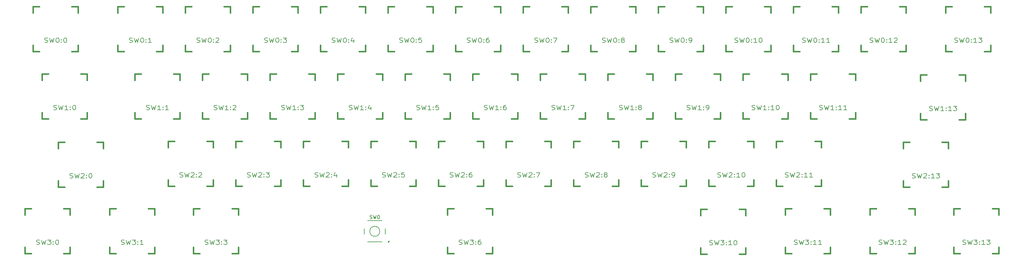
<source format=gbr>
G04 #@! TF.FileFunction,Legend,Top*
%FSLAX46Y46*%
G04 Gerber Fmt 4.6, Leading zero omitted, Abs format (unit mm)*
G04 Created by KiCad (PCBNEW 4.0.2+dfsg1-stable) date zo 09 apr 2017 16:36:01 CEST*
%MOMM*%
G01*
G04 APERTURE LIST*
%ADD10C,0.100000*%
%ADD11C,0.150000*%
%ADD12C,0.381000*%
%ADD13C,0.203200*%
G04 APERTURE END LIST*
D10*
D11*
X114234000Y14494000D02*
X114234000Y14594000D01*
X114334000Y14444000D02*
X113984000Y14444000D01*
X113984000Y14444000D02*
G75*
G03X114334000Y14794000I-700000J1050000D01*
G01*
X114334000Y14444000D02*
X114334000Y14794000D01*
X111698214Y17494000D02*
G75*
G03X111698214Y17494000I-1414214J0D01*
G01*
X112284000Y20494000D02*
X108284000Y20494000D01*
X112284000Y14494000D02*
X108284000Y14494000D01*
X113284000Y18244000D02*
X113284000Y16744000D01*
X107284000Y16744000D02*
X107284000Y18244000D01*
D10*
X113284000Y17494000D02*
X113284000Y17494000D01*
X108284000Y20494000D02*
X112284000Y20494000D01*
X108284000Y14494000D02*
X112284000Y14494000D01*
X107284000Y17494000D02*
X107284000Y17494000D01*
X111698214Y17494000D02*
G75*
G03X111698214Y17494000I-1414214J0D01*
G01*
D12*
X259334000Y42672000D02*
X261112000Y42672000D01*
X270256000Y42672000D02*
X272034000Y42672000D01*
X272034000Y42672000D02*
X272034000Y40894000D01*
X272034000Y31750000D02*
X272034000Y29972000D01*
X272034000Y29972000D02*
X270256000Y29972000D01*
X261112000Y29972000D02*
X259334000Y29972000D01*
X259334000Y29972000D02*
X259334000Y31750000D01*
X259334000Y40894000D02*
X259334000Y42672000D01*
X264160000Y61722000D02*
X265938000Y61722000D01*
X275082000Y61722000D02*
X276860000Y61722000D01*
X276860000Y61722000D02*
X276860000Y59944000D01*
X276860000Y50800000D02*
X276860000Y49022000D01*
X276860000Y49022000D02*
X275082000Y49022000D01*
X265938000Y49022000D02*
X264160000Y49022000D01*
X264160000Y49022000D02*
X264160000Y50800000D01*
X264160000Y59944000D02*
X264160000Y61722000D01*
X21082000Y42672000D02*
X22860000Y42672000D01*
X32004000Y42672000D02*
X33782000Y42672000D01*
X33782000Y42672000D02*
X33782000Y40894000D01*
X33782000Y31750000D02*
X33782000Y29972000D01*
X33782000Y29972000D02*
X32004000Y29972000D01*
X22860000Y29972000D02*
X21082000Y29972000D01*
X21082000Y29972000D02*
X21082000Y31750000D01*
X21082000Y40894000D02*
X21082000Y42672000D01*
X130810000Y23876000D02*
X132588000Y23876000D01*
X141732000Y23876000D02*
X143510000Y23876000D01*
X143510000Y23876000D02*
X143510000Y22098000D01*
X143510000Y12954000D02*
X143510000Y11176000D01*
X143510000Y11176000D02*
X141732000Y11176000D01*
X132588000Y11176000D02*
X130810000Y11176000D01*
X130810000Y11176000D02*
X130810000Y12954000D01*
X130810000Y22098000D02*
X130810000Y23876000D01*
X99822000Y61976000D02*
X101600000Y61976000D01*
X110744000Y61976000D02*
X112522000Y61976000D01*
X112522000Y61976000D02*
X112522000Y60198000D01*
X112522000Y51054000D02*
X112522000Y49276000D01*
X112522000Y49276000D02*
X110744000Y49276000D01*
X101600000Y49276000D02*
X99822000Y49276000D01*
X99822000Y49276000D02*
X99822000Y51054000D01*
X99822000Y60198000D02*
X99822000Y61976000D01*
X202184000Y23749000D02*
X203962000Y23749000D01*
X213106000Y23749000D02*
X214884000Y23749000D01*
X214884000Y23749000D02*
X214884000Y21971000D01*
X214884000Y12827000D02*
X214884000Y11049000D01*
X214884000Y11049000D02*
X213106000Y11049000D01*
X203962000Y11049000D02*
X202184000Y11049000D01*
X202184000Y11049000D02*
X202184000Y12827000D01*
X202184000Y21971000D02*
X202184000Y23749000D01*
X13970000Y81026000D02*
X15748000Y81026000D01*
X24892000Y81026000D02*
X26670000Y81026000D01*
X26670000Y81026000D02*
X26670000Y79248000D01*
X26670000Y70104000D02*
X26670000Y68326000D01*
X26670000Y68326000D02*
X24892000Y68326000D01*
X15748000Y68326000D02*
X13970000Y68326000D01*
X13970000Y68326000D02*
X13970000Y70104000D01*
X13970000Y79248000D02*
X13970000Y81026000D01*
X273558000Y23876000D02*
X275336000Y23876000D01*
X284480000Y23876000D02*
X286258000Y23876000D01*
X286258000Y23876000D02*
X286258000Y22098000D01*
X286258000Y12954000D02*
X286258000Y11176000D01*
X286258000Y11176000D02*
X284480000Y11176000D01*
X275336000Y11176000D02*
X273558000Y11176000D01*
X273558000Y11176000D02*
X273558000Y12954000D01*
X273558000Y22098000D02*
X273558000Y23876000D01*
X249936000Y23876000D02*
X251714000Y23876000D01*
X260858000Y23876000D02*
X262636000Y23876000D01*
X262636000Y23876000D02*
X262636000Y22098000D01*
X262636000Y12954000D02*
X262636000Y11176000D01*
X262636000Y11176000D02*
X260858000Y11176000D01*
X251714000Y11176000D02*
X249936000Y11176000D01*
X249936000Y11176000D02*
X249936000Y12954000D01*
X249936000Y22098000D02*
X249936000Y23876000D01*
X226060000Y23876000D02*
X227838000Y23876000D01*
X236982000Y23876000D02*
X238760000Y23876000D01*
X238760000Y23876000D02*
X238760000Y22098000D01*
X238760000Y12954000D02*
X238760000Y11176000D01*
X238760000Y11176000D02*
X236982000Y11176000D01*
X227838000Y11176000D02*
X226060000Y11176000D01*
X226060000Y11176000D02*
X226060000Y12954000D01*
X226060000Y22098000D02*
X226060000Y23876000D01*
X130810000Y23876000D02*
X132588000Y23876000D01*
X141732000Y23876000D02*
X143510000Y23876000D01*
X143510000Y23876000D02*
X143510000Y22098000D01*
X143510000Y12954000D02*
X143510000Y11176000D01*
X143510000Y11176000D02*
X141732000Y11176000D01*
X132588000Y11176000D02*
X130810000Y11176000D01*
X130810000Y11176000D02*
X130810000Y12954000D01*
X130810000Y22098000D02*
X130810000Y23876000D01*
X59182000Y23876000D02*
X60960000Y23876000D01*
X70104000Y23876000D02*
X71882000Y23876000D01*
X71882000Y23876000D02*
X71882000Y22098000D01*
X71882000Y12954000D02*
X71882000Y11176000D01*
X71882000Y11176000D02*
X70104000Y11176000D01*
X60960000Y11176000D02*
X59182000Y11176000D01*
X59182000Y11176000D02*
X59182000Y12954000D01*
X59182000Y22098000D02*
X59182000Y23876000D01*
X35560000Y23876000D02*
X37338000Y23876000D01*
X46482000Y23876000D02*
X48260000Y23876000D01*
X48260000Y23876000D02*
X48260000Y22098000D01*
X48260000Y12954000D02*
X48260000Y11176000D01*
X48260000Y11176000D02*
X46482000Y11176000D01*
X37338000Y11176000D02*
X35560000Y11176000D01*
X35560000Y11176000D02*
X35560000Y12954000D01*
X35560000Y22098000D02*
X35560000Y23876000D01*
X11684000Y23876000D02*
X13462000Y23876000D01*
X22606000Y23876000D02*
X24384000Y23876000D01*
X24384000Y23876000D02*
X24384000Y22098000D01*
X24384000Y12954000D02*
X24384000Y11176000D01*
X24384000Y11176000D02*
X22606000Y11176000D01*
X13462000Y11176000D02*
X11684000Y11176000D01*
X11684000Y11176000D02*
X11684000Y12954000D01*
X11684000Y22098000D02*
X11684000Y23876000D01*
X259334000Y42672000D02*
X261112000Y42672000D01*
X270256000Y42672000D02*
X272034000Y42672000D01*
X272034000Y42672000D02*
X272034000Y40894000D01*
X272034000Y31750000D02*
X272034000Y29972000D01*
X272034000Y29972000D02*
X270256000Y29972000D01*
X261112000Y29972000D02*
X259334000Y29972000D01*
X259334000Y29972000D02*
X259334000Y31750000D01*
X259334000Y40894000D02*
X259334000Y42672000D01*
X223520000Y42926000D02*
X225298000Y42926000D01*
X234442000Y42926000D02*
X236220000Y42926000D01*
X236220000Y42926000D02*
X236220000Y41148000D01*
X236220000Y32004000D02*
X236220000Y30226000D01*
X236220000Y30226000D02*
X234442000Y30226000D01*
X225298000Y30226000D02*
X223520000Y30226000D01*
X223520000Y30226000D02*
X223520000Y32004000D01*
X223520000Y41148000D02*
X223520000Y42926000D01*
X204470000Y42926000D02*
X206248000Y42926000D01*
X215392000Y42926000D02*
X217170000Y42926000D01*
X217170000Y42926000D02*
X217170000Y41148000D01*
X217170000Y32004000D02*
X217170000Y30226000D01*
X217170000Y30226000D02*
X215392000Y30226000D01*
X206248000Y30226000D02*
X204470000Y30226000D01*
X204470000Y30226000D02*
X204470000Y32004000D01*
X204470000Y41148000D02*
X204470000Y42926000D01*
X185420000Y42926000D02*
X187198000Y42926000D01*
X196342000Y42926000D02*
X198120000Y42926000D01*
X198120000Y42926000D02*
X198120000Y41148000D01*
X198120000Y32004000D02*
X198120000Y30226000D01*
X198120000Y30226000D02*
X196342000Y30226000D01*
X187198000Y30226000D02*
X185420000Y30226000D01*
X185420000Y30226000D02*
X185420000Y32004000D01*
X185420000Y41148000D02*
X185420000Y42926000D01*
X147320000Y42926000D02*
X149098000Y42926000D01*
X158242000Y42926000D02*
X160020000Y42926000D01*
X160020000Y42926000D02*
X160020000Y41148000D01*
X160020000Y32004000D02*
X160020000Y30226000D01*
X160020000Y30226000D02*
X158242000Y30226000D01*
X149098000Y30226000D02*
X147320000Y30226000D01*
X147320000Y30226000D02*
X147320000Y32004000D01*
X147320000Y41148000D02*
X147320000Y42926000D01*
X128270000Y42926000D02*
X130048000Y42926000D01*
X139192000Y42926000D02*
X140970000Y42926000D01*
X140970000Y42926000D02*
X140970000Y41148000D01*
X140970000Y32004000D02*
X140970000Y30226000D01*
X140970000Y30226000D02*
X139192000Y30226000D01*
X130048000Y30226000D02*
X128270000Y30226000D01*
X128270000Y30226000D02*
X128270000Y32004000D01*
X128270000Y41148000D02*
X128270000Y42926000D01*
X109220000Y42926000D02*
X110998000Y42926000D01*
X120142000Y42926000D02*
X121920000Y42926000D01*
X121920000Y42926000D02*
X121920000Y41148000D01*
X121920000Y32004000D02*
X121920000Y30226000D01*
X121920000Y30226000D02*
X120142000Y30226000D01*
X110998000Y30226000D02*
X109220000Y30226000D01*
X109220000Y30226000D02*
X109220000Y32004000D01*
X109220000Y41148000D02*
X109220000Y42926000D01*
X90170000Y42926000D02*
X91948000Y42926000D01*
X101092000Y42926000D02*
X102870000Y42926000D01*
X102870000Y42926000D02*
X102870000Y41148000D01*
X102870000Y32004000D02*
X102870000Y30226000D01*
X102870000Y30226000D02*
X101092000Y30226000D01*
X91948000Y30226000D02*
X90170000Y30226000D01*
X90170000Y30226000D02*
X90170000Y32004000D01*
X90170000Y41148000D02*
X90170000Y42926000D01*
X71120000Y42926000D02*
X72898000Y42926000D01*
X82042000Y42926000D02*
X83820000Y42926000D01*
X83820000Y42926000D02*
X83820000Y41148000D01*
X83820000Y32004000D02*
X83820000Y30226000D01*
X83820000Y30226000D02*
X82042000Y30226000D01*
X72898000Y30226000D02*
X71120000Y30226000D01*
X71120000Y30226000D02*
X71120000Y32004000D01*
X71120000Y41148000D02*
X71120000Y42926000D01*
X52070000Y42926000D02*
X53848000Y42926000D01*
X62992000Y42926000D02*
X64770000Y42926000D01*
X64770000Y42926000D02*
X64770000Y41148000D01*
X64770000Y32004000D02*
X64770000Y30226000D01*
X64770000Y30226000D02*
X62992000Y30226000D01*
X53848000Y30226000D02*
X52070000Y30226000D01*
X52070000Y30226000D02*
X52070000Y32004000D01*
X52070000Y41148000D02*
X52070000Y42926000D01*
X21082000Y42672000D02*
X22860000Y42672000D01*
X32004000Y42672000D02*
X33782000Y42672000D01*
X33782000Y42672000D02*
X33782000Y40894000D01*
X33782000Y31750000D02*
X33782000Y29972000D01*
X33782000Y29972000D02*
X32004000Y29972000D01*
X22860000Y29972000D02*
X21082000Y29972000D01*
X21082000Y29972000D02*
X21082000Y31750000D01*
X21082000Y40894000D02*
X21082000Y42672000D01*
X264160000Y61722000D02*
X265938000Y61722000D01*
X275082000Y61722000D02*
X276860000Y61722000D01*
X276860000Y61722000D02*
X276860000Y59944000D01*
X276860000Y50800000D02*
X276860000Y49022000D01*
X276860000Y49022000D02*
X275082000Y49022000D01*
X265938000Y49022000D02*
X264160000Y49022000D01*
X264160000Y49022000D02*
X264160000Y50800000D01*
X264160000Y59944000D02*
X264160000Y61722000D01*
X233172000Y61976000D02*
X234950000Y61976000D01*
X244094000Y61976000D02*
X245872000Y61976000D01*
X245872000Y61976000D02*
X245872000Y60198000D01*
X245872000Y51054000D02*
X245872000Y49276000D01*
X245872000Y49276000D02*
X244094000Y49276000D01*
X234950000Y49276000D02*
X233172000Y49276000D01*
X233172000Y49276000D02*
X233172000Y51054000D01*
X233172000Y60198000D02*
X233172000Y61976000D01*
X214122000Y61976000D02*
X215900000Y61976000D01*
X225044000Y61976000D02*
X226822000Y61976000D01*
X226822000Y61976000D02*
X226822000Y60198000D01*
X226822000Y51054000D02*
X226822000Y49276000D01*
X226822000Y49276000D02*
X225044000Y49276000D01*
X215900000Y49276000D02*
X214122000Y49276000D01*
X214122000Y49276000D02*
X214122000Y51054000D01*
X214122000Y60198000D02*
X214122000Y61976000D01*
X195072000Y61976000D02*
X196850000Y61976000D01*
X205994000Y61976000D02*
X207772000Y61976000D01*
X207772000Y61976000D02*
X207772000Y60198000D01*
X207772000Y51054000D02*
X207772000Y49276000D01*
X207772000Y49276000D02*
X205994000Y49276000D01*
X196850000Y49276000D02*
X195072000Y49276000D01*
X195072000Y49276000D02*
X195072000Y51054000D01*
X195072000Y60198000D02*
X195072000Y61976000D01*
X176022000Y61976000D02*
X177800000Y61976000D01*
X186944000Y61976000D02*
X188722000Y61976000D01*
X188722000Y61976000D02*
X188722000Y60198000D01*
X188722000Y51054000D02*
X188722000Y49276000D01*
X188722000Y49276000D02*
X186944000Y49276000D01*
X177800000Y49276000D02*
X176022000Y49276000D01*
X176022000Y49276000D02*
X176022000Y51054000D01*
X176022000Y60198000D02*
X176022000Y61976000D01*
X156972000Y61976000D02*
X158750000Y61976000D01*
X167894000Y61976000D02*
X169672000Y61976000D01*
X169672000Y61976000D02*
X169672000Y60198000D01*
X169672000Y51054000D02*
X169672000Y49276000D01*
X169672000Y49276000D02*
X167894000Y49276000D01*
X158750000Y49276000D02*
X156972000Y49276000D01*
X156972000Y49276000D02*
X156972000Y51054000D01*
X156972000Y60198000D02*
X156972000Y61976000D01*
X137922000Y61976000D02*
X139700000Y61976000D01*
X148844000Y61976000D02*
X150622000Y61976000D01*
X150622000Y61976000D02*
X150622000Y60198000D01*
X150622000Y51054000D02*
X150622000Y49276000D01*
X150622000Y49276000D02*
X148844000Y49276000D01*
X139700000Y49276000D02*
X137922000Y49276000D01*
X137922000Y49276000D02*
X137922000Y51054000D01*
X137922000Y60198000D02*
X137922000Y61976000D01*
X118872000Y61976000D02*
X120650000Y61976000D01*
X129794000Y61976000D02*
X131572000Y61976000D01*
X131572000Y61976000D02*
X131572000Y60198000D01*
X131572000Y51054000D02*
X131572000Y49276000D01*
X131572000Y49276000D02*
X129794000Y49276000D01*
X120650000Y49276000D02*
X118872000Y49276000D01*
X118872000Y49276000D02*
X118872000Y51054000D01*
X118872000Y60198000D02*
X118872000Y61976000D01*
X80772000Y61976000D02*
X82550000Y61976000D01*
X91694000Y61976000D02*
X93472000Y61976000D01*
X93472000Y61976000D02*
X93472000Y60198000D01*
X93472000Y51054000D02*
X93472000Y49276000D01*
X93472000Y49276000D02*
X91694000Y49276000D01*
X82550000Y49276000D02*
X80772000Y49276000D01*
X80772000Y49276000D02*
X80772000Y51054000D01*
X80772000Y60198000D02*
X80772000Y61976000D01*
X61722000Y61976000D02*
X63500000Y61976000D01*
X72644000Y61976000D02*
X74422000Y61976000D01*
X74422000Y61976000D02*
X74422000Y60198000D01*
X74422000Y51054000D02*
X74422000Y49276000D01*
X74422000Y49276000D02*
X72644000Y49276000D01*
X63500000Y49276000D02*
X61722000Y49276000D01*
X61722000Y49276000D02*
X61722000Y51054000D01*
X61722000Y60198000D02*
X61722000Y61976000D01*
X42672000Y61976000D02*
X44450000Y61976000D01*
X53594000Y61976000D02*
X55372000Y61976000D01*
X55372000Y61976000D02*
X55372000Y60198000D01*
X55372000Y51054000D02*
X55372000Y49276000D01*
X55372000Y49276000D02*
X53594000Y49276000D01*
X44450000Y49276000D02*
X42672000Y49276000D01*
X42672000Y49276000D02*
X42672000Y51054000D01*
X42672000Y60198000D02*
X42672000Y61976000D01*
X16510000Y61976000D02*
X18288000Y61976000D01*
X27432000Y61976000D02*
X29210000Y61976000D01*
X29210000Y61976000D02*
X29210000Y60198000D01*
X29210000Y51054000D02*
X29210000Y49276000D01*
X29210000Y49276000D02*
X27432000Y49276000D01*
X18288000Y49276000D02*
X16510000Y49276000D01*
X16510000Y49276000D02*
X16510000Y51054000D01*
X16510000Y60198000D02*
X16510000Y61976000D01*
X271272000Y81026000D02*
X273050000Y81026000D01*
X282194000Y81026000D02*
X283972000Y81026000D01*
X283972000Y81026000D02*
X283972000Y79248000D01*
X283972000Y70104000D02*
X283972000Y68326000D01*
X283972000Y68326000D02*
X282194000Y68326000D01*
X273050000Y68326000D02*
X271272000Y68326000D01*
X271272000Y68326000D02*
X271272000Y70104000D01*
X271272000Y79248000D02*
X271272000Y81026000D01*
X247396000Y81026000D02*
X249174000Y81026000D01*
X258318000Y81026000D02*
X260096000Y81026000D01*
X260096000Y81026000D02*
X260096000Y79248000D01*
X260096000Y70104000D02*
X260096000Y68326000D01*
X260096000Y68326000D02*
X258318000Y68326000D01*
X249174000Y68326000D02*
X247396000Y68326000D01*
X247396000Y68326000D02*
X247396000Y70104000D01*
X247396000Y79248000D02*
X247396000Y81026000D01*
X228346000Y81026000D02*
X230124000Y81026000D01*
X239268000Y81026000D02*
X241046000Y81026000D01*
X241046000Y81026000D02*
X241046000Y79248000D01*
X241046000Y70104000D02*
X241046000Y68326000D01*
X241046000Y68326000D02*
X239268000Y68326000D01*
X230124000Y68326000D02*
X228346000Y68326000D01*
X228346000Y68326000D02*
X228346000Y70104000D01*
X228346000Y79248000D02*
X228346000Y81026000D01*
X209296000Y81026000D02*
X211074000Y81026000D01*
X220218000Y81026000D02*
X221996000Y81026000D01*
X221996000Y81026000D02*
X221996000Y79248000D01*
X221996000Y70104000D02*
X221996000Y68326000D01*
X221996000Y68326000D02*
X220218000Y68326000D01*
X211074000Y68326000D02*
X209296000Y68326000D01*
X209296000Y68326000D02*
X209296000Y70104000D01*
X209296000Y79248000D02*
X209296000Y81026000D01*
X190246000Y81026000D02*
X192024000Y81026000D01*
X201168000Y81026000D02*
X202946000Y81026000D01*
X202946000Y81026000D02*
X202946000Y79248000D01*
X202946000Y70104000D02*
X202946000Y68326000D01*
X202946000Y68326000D02*
X201168000Y68326000D01*
X192024000Y68326000D02*
X190246000Y68326000D01*
X190246000Y68326000D02*
X190246000Y70104000D01*
X190246000Y79248000D02*
X190246000Y81026000D01*
X171196000Y81026000D02*
X172974000Y81026000D01*
X182118000Y81026000D02*
X183896000Y81026000D01*
X183896000Y81026000D02*
X183896000Y79248000D01*
X183896000Y70104000D02*
X183896000Y68326000D01*
X183896000Y68326000D02*
X182118000Y68326000D01*
X172974000Y68326000D02*
X171196000Y68326000D01*
X171196000Y68326000D02*
X171196000Y70104000D01*
X171196000Y79248000D02*
X171196000Y81026000D01*
X152146000Y81026000D02*
X153924000Y81026000D01*
X163068000Y81026000D02*
X164846000Y81026000D01*
X164846000Y81026000D02*
X164846000Y79248000D01*
X164846000Y70104000D02*
X164846000Y68326000D01*
X164846000Y68326000D02*
X163068000Y68326000D01*
X153924000Y68326000D02*
X152146000Y68326000D01*
X152146000Y68326000D02*
X152146000Y70104000D01*
X152146000Y79248000D02*
X152146000Y81026000D01*
X133096000Y81026000D02*
X134874000Y81026000D01*
X144018000Y81026000D02*
X145796000Y81026000D01*
X145796000Y81026000D02*
X145796000Y79248000D01*
X145796000Y70104000D02*
X145796000Y68326000D01*
X145796000Y68326000D02*
X144018000Y68326000D01*
X134874000Y68326000D02*
X133096000Y68326000D01*
X133096000Y68326000D02*
X133096000Y70104000D01*
X133096000Y79248000D02*
X133096000Y81026000D01*
X114046000Y81026000D02*
X115824000Y81026000D01*
X124968000Y81026000D02*
X126746000Y81026000D01*
X126746000Y81026000D02*
X126746000Y79248000D01*
X126746000Y70104000D02*
X126746000Y68326000D01*
X126746000Y68326000D02*
X124968000Y68326000D01*
X115824000Y68326000D02*
X114046000Y68326000D01*
X114046000Y68326000D02*
X114046000Y70104000D01*
X114046000Y79248000D02*
X114046000Y81026000D01*
X94996000Y81026000D02*
X96774000Y81026000D01*
X105918000Y81026000D02*
X107696000Y81026000D01*
X107696000Y81026000D02*
X107696000Y79248000D01*
X107696000Y70104000D02*
X107696000Y68326000D01*
X107696000Y68326000D02*
X105918000Y68326000D01*
X96774000Y68326000D02*
X94996000Y68326000D01*
X94996000Y68326000D02*
X94996000Y70104000D01*
X94996000Y79248000D02*
X94996000Y81026000D01*
X75946000Y81026000D02*
X77724000Y81026000D01*
X86868000Y81026000D02*
X88646000Y81026000D01*
X88646000Y81026000D02*
X88646000Y79248000D01*
X88646000Y70104000D02*
X88646000Y68326000D01*
X88646000Y68326000D02*
X86868000Y68326000D01*
X77724000Y68326000D02*
X75946000Y68326000D01*
X75946000Y68326000D02*
X75946000Y70104000D01*
X75946000Y79248000D02*
X75946000Y81026000D01*
X56896000Y81026000D02*
X58674000Y81026000D01*
X67818000Y81026000D02*
X69596000Y81026000D01*
X69596000Y81026000D02*
X69596000Y79248000D01*
X69596000Y70104000D02*
X69596000Y68326000D01*
X69596000Y68326000D02*
X67818000Y68326000D01*
X58674000Y68326000D02*
X56896000Y68326000D01*
X56896000Y68326000D02*
X56896000Y70104000D01*
X56896000Y79248000D02*
X56896000Y81026000D01*
X37846000Y81026000D02*
X39624000Y81026000D01*
X48768000Y81026000D02*
X50546000Y81026000D01*
X50546000Y81026000D02*
X50546000Y79248000D01*
X50546000Y70104000D02*
X50546000Y68326000D01*
X50546000Y68326000D02*
X48768000Y68326000D01*
X39624000Y68326000D02*
X37846000Y68326000D01*
X37846000Y68326000D02*
X37846000Y70104000D01*
X37846000Y79248000D02*
X37846000Y81026000D01*
X166370000Y42926000D02*
X168148000Y42926000D01*
X177292000Y42926000D02*
X179070000Y42926000D01*
X179070000Y42926000D02*
X179070000Y41148000D01*
X179070000Y32004000D02*
X179070000Y30226000D01*
X179070000Y30226000D02*
X177292000Y30226000D01*
X168148000Y30226000D02*
X166370000Y30226000D01*
X166370000Y30226000D02*
X166370000Y32004000D01*
X166370000Y41148000D02*
X166370000Y42926000D01*
D11*
X108950667Y21089238D02*
X109093524Y21041619D01*
X109331620Y21041619D01*
X109426858Y21089238D01*
X109474477Y21136857D01*
X109522096Y21232095D01*
X109522096Y21327333D01*
X109474477Y21422571D01*
X109426858Y21470190D01*
X109331620Y21517810D01*
X109141143Y21565429D01*
X109045905Y21613048D01*
X108998286Y21660667D01*
X108950667Y21755905D01*
X108950667Y21851143D01*
X108998286Y21946381D01*
X109045905Y21994000D01*
X109141143Y22041619D01*
X109379239Y22041619D01*
X109522096Y21994000D01*
X109855429Y22041619D02*
X110093524Y21041619D01*
X110284001Y21755905D01*
X110474477Y21041619D01*
X110712572Y22041619D01*
X111284000Y22041619D02*
X111379239Y22041619D01*
X111474477Y21994000D01*
X111522096Y21946381D01*
X111569715Y21851143D01*
X111617334Y21660667D01*
X111617334Y21422571D01*
X111569715Y21232095D01*
X111522096Y21136857D01*
X111474477Y21089238D01*
X111379239Y21041619D01*
X111284000Y21041619D01*
X111188762Y21089238D01*
X111141143Y21136857D01*
X111093524Y21232095D01*
X111045905Y21422571D01*
X111045905Y21660667D01*
X111093524Y21851143D01*
X111141143Y21946381D01*
X111188762Y21994000D01*
X111284000Y22041619D01*
D13*
D11*
D13*
X103051429Y51936952D02*
X103269143Y51876476D01*
X103632000Y51876476D01*
X103777143Y51936952D01*
X103849714Y51997429D01*
X103922286Y52118381D01*
X103922286Y52239333D01*
X103849714Y52360286D01*
X103777143Y52420762D01*
X103632000Y52481238D01*
X103341714Y52541714D01*
X103196572Y52602190D01*
X103124000Y52662667D01*
X103051429Y52783619D01*
X103051429Y52904571D01*
X103124000Y53025524D01*
X103196572Y53086000D01*
X103341714Y53146476D01*
X103704572Y53146476D01*
X103922286Y53086000D01*
X104430286Y53146476D02*
X104793143Y51876476D01*
X105083429Y52783619D01*
X105373715Y51876476D01*
X105736572Y53146476D01*
X107115429Y51876476D02*
X106244572Y51876476D01*
X106680000Y51876476D02*
X106680000Y53146476D01*
X106534857Y52965048D01*
X106389715Y52844095D01*
X106244572Y52783619D01*
X107768572Y51997429D02*
X107841144Y51936952D01*
X107768572Y51876476D01*
X107696001Y51936952D01*
X107768572Y51997429D01*
X107768572Y51876476D01*
X107768572Y52662667D02*
X107841144Y52602190D01*
X107768572Y52541714D01*
X107696001Y52602190D01*
X107768572Y52662667D01*
X107768572Y52541714D01*
X109147429Y52723143D02*
X109147429Y51876476D01*
X108784572Y53206952D02*
X108421715Y52299810D01*
X109365143Y52299810D01*
X204687714Y13709952D02*
X204905428Y13649476D01*
X205268285Y13649476D01*
X205413428Y13709952D01*
X205485999Y13770429D01*
X205558571Y13891381D01*
X205558571Y14012333D01*
X205485999Y14133286D01*
X205413428Y14193762D01*
X205268285Y14254238D01*
X204977999Y14314714D01*
X204832857Y14375190D01*
X204760285Y14435667D01*
X204687714Y14556619D01*
X204687714Y14677571D01*
X204760285Y14798524D01*
X204832857Y14859000D01*
X204977999Y14919476D01*
X205340857Y14919476D01*
X205558571Y14859000D01*
X206066571Y14919476D02*
X206429428Y13649476D01*
X206719714Y14556619D01*
X207010000Y13649476D01*
X207372857Y14919476D01*
X207808285Y14919476D02*
X208751714Y14919476D01*
X208243714Y14435667D01*
X208461428Y14435667D01*
X208606571Y14375190D01*
X208679142Y14314714D01*
X208751714Y14193762D01*
X208751714Y13891381D01*
X208679142Y13770429D01*
X208606571Y13709952D01*
X208461428Y13649476D01*
X208026000Y13649476D01*
X207880857Y13709952D01*
X207808285Y13770429D01*
X209404857Y13770429D02*
X209477429Y13709952D01*
X209404857Y13649476D01*
X209332286Y13709952D01*
X209404857Y13770429D01*
X209404857Y13649476D01*
X209404857Y14435667D02*
X209477429Y14375190D01*
X209404857Y14314714D01*
X209332286Y14375190D01*
X209404857Y14435667D01*
X209404857Y14314714D01*
X210928857Y13649476D02*
X210058000Y13649476D01*
X210493428Y13649476D02*
X210493428Y14919476D01*
X210348285Y14738048D01*
X210203143Y14617095D01*
X210058000Y14556619D01*
X211872286Y14919476D02*
X212017429Y14919476D01*
X212162572Y14859000D01*
X212235143Y14798524D01*
X212307714Y14677571D01*
X212380286Y14435667D01*
X212380286Y14133286D01*
X212307714Y13891381D01*
X212235143Y13770429D01*
X212162572Y13709952D01*
X212017429Y13649476D01*
X211872286Y13649476D01*
X211727143Y13709952D01*
X211654572Y13770429D01*
X211582000Y13891381D01*
X211509429Y14133286D01*
X211509429Y14435667D01*
X211582000Y14677571D01*
X211654572Y14798524D01*
X211727143Y14859000D01*
X211872286Y14919476D01*
X17199429Y70986952D02*
X17417143Y70926476D01*
X17780000Y70926476D01*
X17925143Y70986952D01*
X17997714Y71047429D01*
X18070286Y71168381D01*
X18070286Y71289333D01*
X17997714Y71410286D01*
X17925143Y71470762D01*
X17780000Y71531238D01*
X17489714Y71591714D01*
X17344572Y71652190D01*
X17272000Y71712667D01*
X17199429Y71833619D01*
X17199429Y71954571D01*
X17272000Y72075524D01*
X17344572Y72136000D01*
X17489714Y72196476D01*
X17852572Y72196476D01*
X18070286Y72136000D01*
X18578286Y72196476D02*
X18941143Y70926476D01*
X19231429Y71833619D01*
X19521715Y70926476D01*
X19884572Y72196476D01*
X20755429Y72196476D02*
X20900572Y72196476D01*
X21045715Y72136000D01*
X21118286Y72075524D01*
X21190857Y71954571D01*
X21263429Y71712667D01*
X21263429Y71410286D01*
X21190857Y71168381D01*
X21118286Y71047429D01*
X21045715Y70986952D01*
X20900572Y70926476D01*
X20755429Y70926476D01*
X20610286Y70986952D01*
X20537715Y71047429D01*
X20465143Y71168381D01*
X20392572Y71410286D01*
X20392572Y71712667D01*
X20465143Y71954571D01*
X20537715Y72075524D01*
X20610286Y72136000D01*
X20755429Y72196476D01*
X21916572Y71047429D02*
X21989144Y70986952D01*
X21916572Y70926476D01*
X21844001Y70986952D01*
X21916572Y71047429D01*
X21916572Y70926476D01*
X21916572Y71712667D02*
X21989144Y71652190D01*
X21916572Y71591714D01*
X21844001Y71652190D01*
X21916572Y71712667D01*
X21916572Y71591714D01*
X22932572Y72196476D02*
X23077715Y72196476D01*
X23222858Y72136000D01*
X23295429Y72075524D01*
X23368000Y71954571D01*
X23440572Y71712667D01*
X23440572Y71410286D01*
X23368000Y71168381D01*
X23295429Y71047429D01*
X23222858Y70986952D01*
X23077715Y70926476D01*
X22932572Y70926476D01*
X22787429Y70986952D01*
X22714858Y71047429D01*
X22642286Y71168381D01*
X22569715Y71410286D01*
X22569715Y71712667D01*
X22642286Y71954571D01*
X22714858Y72075524D01*
X22787429Y72136000D01*
X22932572Y72196476D01*
X276061714Y13836952D02*
X276279428Y13776476D01*
X276642285Y13776476D01*
X276787428Y13836952D01*
X276859999Y13897429D01*
X276932571Y14018381D01*
X276932571Y14139333D01*
X276859999Y14260286D01*
X276787428Y14320762D01*
X276642285Y14381238D01*
X276351999Y14441714D01*
X276206857Y14502190D01*
X276134285Y14562667D01*
X276061714Y14683619D01*
X276061714Y14804571D01*
X276134285Y14925524D01*
X276206857Y14986000D01*
X276351999Y15046476D01*
X276714857Y15046476D01*
X276932571Y14986000D01*
X277440571Y15046476D02*
X277803428Y13776476D01*
X278093714Y14683619D01*
X278384000Y13776476D01*
X278746857Y15046476D01*
X279182285Y15046476D02*
X280125714Y15046476D01*
X279617714Y14562667D01*
X279835428Y14562667D01*
X279980571Y14502190D01*
X280053142Y14441714D01*
X280125714Y14320762D01*
X280125714Y14018381D01*
X280053142Y13897429D01*
X279980571Y13836952D01*
X279835428Y13776476D01*
X279400000Y13776476D01*
X279254857Y13836952D01*
X279182285Y13897429D01*
X280778857Y13897429D02*
X280851429Y13836952D01*
X280778857Y13776476D01*
X280706286Y13836952D01*
X280778857Y13897429D01*
X280778857Y13776476D01*
X280778857Y14562667D02*
X280851429Y14502190D01*
X280778857Y14441714D01*
X280706286Y14502190D01*
X280778857Y14562667D01*
X280778857Y14441714D01*
X282302857Y13776476D02*
X281432000Y13776476D01*
X281867428Y13776476D02*
X281867428Y15046476D01*
X281722285Y14865048D01*
X281577143Y14744095D01*
X281432000Y14683619D01*
X282810857Y15046476D02*
X283754286Y15046476D01*
X283246286Y14562667D01*
X283464000Y14562667D01*
X283609143Y14502190D01*
X283681714Y14441714D01*
X283754286Y14320762D01*
X283754286Y14018381D01*
X283681714Y13897429D01*
X283609143Y13836952D01*
X283464000Y13776476D01*
X283028572Y13776476D01*
X282883429Y13836952D01*
X282810857Y13897429D01*
X252439714Y13836952D02*
X252657428Y13776476D01*
X253020285Y13776476D01*
X253165428Y13836952D01*
X253237999Y13897429D01*
X253310571Y14018381D01*
X253310571Y14139333D01*
X253237999Y14260286D01*
X253165428Y14320762D01*
X253020285Y14381238D01*
X252729999Y14441714D01*
X252584857Y14502190D01*
X252512285Y14562667D01*
X252439714Y14683619D01*
X252439714Y14804571D01*
X252512285Y14925524D01*
X252584857Y14986000D01*
X252729999Y15046476D01*
X253092857Y15046476D01*
X253310571Y14986000D01*
X253818571Y15046476D02*
X254181428Y13776476D01*
X254471714Y14683619D01*
X254762000Y13776476D01*
X255124857Y15046476D01*
X255560285Y15046476D02*
X256503714Y15046476D01*
X255995714Y14562667D01*
X256213428Y14562667D01*
X256358571Y14502190D01*
X256431142Y14441714D01*
X256503714Y14320762D01*
X256503714Y14018381D01*
X256431142Y13897429D01*
X256358571Y13836952D01*
X256213428Y13776476D01*
X255778000Y13776476D01*
X255632857Y13836952D01*
X255560285Y13897429D01*
X257156857Y13897429D02*
X257229429Y13836952D01*
X257156857Y13776476D01*
X257084286Y13836952D01*
X257156857Y13897429D01*
X257156857Y13776476D01*
X257156857Y14562667D02*
X257229429Y14502190D01*
X257156857Y14441714D01*
X257084286Y14502190D01*
X257156857Y14562667D01*
X257156857Y14441714D01*
X258680857Y13776476D02*
X257810000Y13776476D01*
X258245428Y13776476D02*
X258245428Y15046476D01*
X258100285Y14865048D01*
X257955143Y14744095D01*
X257810000Y14683619D01*
X259261429Y14925524D02*
X259334000Y14986000D01*
X259479143Y15046476D01*
X259842000Y15046476D01*
X259987143Y14986000D01*
X260059714Y14925524D01*
X260132286Y14804571D01*
X260132286Y14683619D01*
X260059714Y14502190D01*
X259188857Y13776476D01*
X260132286Y13776476D01*
X228563714Y13836952D02*
X228781428Y13776476D01*
X229144285Y13776476D01*
X229289428Y13836952D01*
X229361999Y13897429D01*
X229434571Y14018381D01*
X229434571Y14139333D01*
X229361999Y14260286D01*
X229289428Y14320762D01*
X229144285Y14381238D01*
X228853999Y14441714D01*
X228708857Y14502190D01*
X228636285Y14562667D01*
X228563714Y14683619D01*
X228563714Y14804571D01*
X228636285Y14925524D01*
X228708857Y14986000D01*
X228853999Y15046476D01*
X229216857Y15046476D01*
X229434571Y14986000D01*
X229942571Y15046476D02*
X230305428Y13776476D01*
X230595714Y14683619D01*
X230886000Y13776476D01*
X231248857Y15046476D01*
X231684285Y15046476D02*
X232627714Y15046476D01*
X232119714Y14562667D01*
X232337428Y14562667D01*
X232482571Y14502190D01*
X232555142Y14441714D01*
X232627714Y14320762D01*
X232627714Y14018381D01*
X232555142Y13897429D01*
X232482571Y13836952D01*
X232337428Y13776476D01*
X231902000Y13776476D01*
X231756857Y13836952D01*
X231684285Y13897429D01*
X233280857Y13897429D02*
X233353429Y13836952D01*
X233280857Y13776476D01*
X233208286Y13836952D01*
X233280857Y13897429D01*
X233280857Y13776476D01*
X233280857Y14562667D02*
X233353429Y14502190D01*
X233280857Y14441714D01*
X233208286Y14502190D01*
X233280857Y14562667D01*
X233280857Y14441714D01*
X234804857Y13776476D02*
X233934000Y13776476D01*
X234369428Y13776476D02*
X234369428Y15046476D01*
X234224285Y14865048D01*
X234079143Y14744095D01*
X233934000Y14683619D01*
X236256286Y13776476D02*
X235385429Y13776476D01*
X235820857Y13776476D02*
X235820857Y15046476D01*
X235675714Y14865048D01*
X235530572Y14744095D01*
X235385429Y14683619D01*
X134039429Y13836952D02*
X134257143Y13776476D01*
X134620000Y13776476D01*
X134765143Y13836952D01*
X134837714Y13897429D01*
X134910286Y14018381D01*
X134910286Y14139333D01*
X134837714Y14260286D01*
X134765143Y14320762D01*
X134620000Y14381238D01*
X134329714Y14441714D01*
X134184572Y14502190D01*
X134112000Y14562667D01*
X134039429Y14683619D01*
X134039429Y14804571D01*
X134112000Y14925524D01*
X134184572Y14986000D01*
X134329714Y15046476D01*
X134692572Y15046476D01*
X134910286Y14986000D01*
X135418286Y15046476D02*
X135781143Y13776476D01*
X136071429Y14683619D01*
X136361715Y13776476D01*
X136724572Y15046476D01*
X137160000Y15046476D02*
X138103429Y15046476D01*
X137595429Y14562667D01*
X137813143Y14562667D01*
X137958286Y14502190D01*
X138030857Y14441714D01*
X138103429Y14320762D01*
X138103429Y14018381D01*
X138030857Y13897429D01*
X137958286Y13836952D01*
X137813143Y13776476D01*
X137377715Y13776476D01*
X137232572Y13836952D01*
X137160000Y13897429D01*
X138756572Y13897429D02*
X138829144Y13836952D01*
X138756572Y13776476D01*
X138684001Y13836952D01*
X138756572Y13897429D01*
X138756572Y13776476D01*
X138756572Y14562667D02*
X138829144Y14502190D01*
X138756572Y14441714D01*
X138684001Y14502190D01*
X138756572Y14562667D01*
X138756572Y14441714D01*
X140135429Y15046476D02*
X139845143Y15046476D01*
X139700000Y14986000D01*
X139627429Y14925524D01*
X139482286Y14744095D01*
X139409715Y14502190D01*
X139409715Y14018381D01*
X139482286Y13897429D01*
X139554858Y13836952D01*
X139700000Y13776476D01*
X139990286Y13776476D01*
X140135429Y13836952D01*
X140208000Y13897429D01*
X140280572Y14018381D01*
X140280572Y14320762D01*
X140208000Y14441714D01*
X140135429Y14502190D01*
X139990286Y14562667D01*
X139700000Y14562667D01*
X139554858Y14502190D01*
X139482286Y14441714D01*
X139409715Y14320762D01*
X62411429Y13836952D02*
X62629143Y13776476D01*
X62992000Y13776476D01*
X63137143Y13836952D01*
X63209714Y13897429D01*
X63282286Y14018381D01*
X63282286Y14139333D01*
X63209714Y14260286D01*
X63137143Y14320762D01*
X62992000Y14381238D01*
X62701714Y14441714D01*
X62556572Y14502190D01*
X62484000Y14562667D01*
X62411429Y14683619D01*
X62411429Y14804571D01*
X62484000Y14925524D01*
X62556572Y14986000D01*
X62701714Y15046476D01*
X63064572Y15046476D01*
X63282286Y14986000D01*
X63790286Y15046476D02*
X64153143Y13776476D01*
X64443429Y14683619D01*
X64733715Y13776476D01*
X65096572Y15046476D01*
X65532000Y15046476D02*
X66475429Y15046476D01*
X65967429Y14562667D01*
X66185143Y14562667D01*
X66330286Y14502190D01*
X66402857Y14441714D01*
X66475429Y14320762D01*
X66475429Y14018381D01*
X66402857Y13897429D01*
X66330286Y13836952D01*
X66185143Y13776476D01*
X65749715Y13776476D01*
X65604572Y13836952D01*
X65532000Y13897429D01*
X67128572Y13897429D02*
X67201144Y13836952D01*
X67128572Y13776476D01*
X67056001Y13836952D01*
X67128572Y13897429D01*
X67128572Y13776476D01*
X67128572Y14562667D02*
X67201144Y14502190D01*
X67128572Y14441714D01*
X67056001Y14502190D01*
X67128572Y14562667D01*
X67128572Y14441714D01*
X67709143Y15046476D02*
X68652572Y15046476D01*
X68144572Y14562667D01*
X68362286Y14562667D01*
X68507429Y14502190D01*
X68580000Y14441714D01*
X68652572Y14320762D01*
X68652572Y14018381D01*
X68580000Y13897429D01*
X68507429Y13836952D01*
X68362286Y13776476D01*
X67926858Y13776476D01*
X67781715Y13836952D01*
X67709143Y13897429D01*
X38789429Y13836952D02*
X39007143Y13776476D01*
X39370000Y13776476D01*
X39515143Y13836952D01*
X39587714Y13897429D01*
X39660286Y14018381D01*
X39660286Y14139333D01*
X39587714Y14260286D01*
X39515143Y14320762D01*
X39370000Y14381238D01*
X39079714Y14441714D01*
X38934572Y14502190D01*
X38862000Y14562667D01*
X38789429Y14683619D01*
X38789429Y14804571D01*
X38862000Y14925524D01*
X38934572Y14986000D01*
X39079714Y15046476D01*
X39442572Y15046476D01*
X39660286Y14986000D01*
X40168286Y15046476D02*
X40531143Y13776476D01*
X40821429Y14683619D01*
X41111715Y13776476D01*
X41474572Y15046476D01*
X41910000Y15046476D02*
X42853429Y15046476D01*
X42345429Y14562667D01*
X42563143Y14562667D01*
X42708286Y14502190D01*
X42780857Y14441714D01*
X42853429Y14320762D01*
X42853429Y14018381D01*
X42780857Y13897429D01*
X42708286Y13836952D01*
X42563143Y13776476D01*
X42127715Y13776476D01*
X41982572Y13836952D01*
X41910000Y13897429D01*
X43506572Y13897429D02*
X43579144Y13836952D01*
X43506572Y13776476D01*
X43434001Y13836952D01*
X43506572Y13897429D01*
X43506572Y13776476D01*
X43506572Y14562667D02*
X43579144Y14502190D01*
X43506572Y14441714D01*
X43434001Y14502190D01*
X43506572Y14562667D01*
X43506572Y14441714D01*
X45030572Y13776476D02*
X44159715Y13776476D01*
X44595143Y13776476D02*
X44595143Y15046476D01*
X44450000Y14865048D01*
X44304858Y14744095D01*
X44159715Y14683619D01*
X14913429Y13836952D02*
X15131143Y13776476D01*
X15494000Y13776476D01*
X15639143Y13836952D01*
X15711714Y13897429D01*
X15784286Y14018381D01*
X15784286Y14139333D01*
X15711714Y14260286D01*
X15639143Y14320762D01*
X15494000Y14381238D01*
X15203714Y14441714D01*
X15058572Y14502190D01*
X14986000Y14562667D01*
X14913429Y14683619D01*
X14913429Y14804571D01*
X14986000Y14925524D01*
X15058572Y14986000D01*
X15203714Y15046476D01*
X15566572Y15046476D01*
X15784286Y14986000D01*
X16292286Y15046476D02*
X16655143Y13776476D01*
X16945429Y14683619D01*
X17235715Y13776476D01*
X17598572Y15046476D01*
X18034000Y15046476D02*
X18977429Y15046476D01*
X18469429Y14562667D01*
X18687143Y14562667D01*
X18832286Y14502190D01*
X18904857Y14441714D01*
X18977429Y14320762D01*
X18977429Y14018381D01*
X18904857Y13897429D01*
X18832286Y13836952D01*
X18687143Y13776476D01*
X18251715Y13776476D01*
X18106572Y13836952D01*
X18034000Y13897429D01*
X19630572Y13897429D02*
X19703144Y13836952D01*
X19630572Y13776476D01*
X19558001Y13836952D01*
X19630572Y13897429D01*
X19630572Y13776476D01*
X19630572Y14562667D02*
X19703144Y14502190D01*
X19630572Y14441714D01*
X19558001Y14502190D01*
X19630572Y14562667D01*
X19630572Y14441714D01*
X20646572Y15046476D02*
X20791715Y15046476D01*
X20936858Y14986000D01*
X21009429Y14925524D01*
X21082000Y14804571D01*
X21154572Y14562667D01*
X21154572Y14260286D01*
X21082000Y14018381D01*
X21009429Y13897429D01*
X20936858Y13836952D01*
X20791715Y13776476D01*
X20646572Y13776476D01*
X20501429Y13836952D01*
X20428858Y13897429D01*
X20356286Y14018381D01*
X20283715Y14260286D01*
X20283715Y14562667D01*
X20356286Y14804571D01*
X20428858Y14925524D01*
X20501429Y14986000D01*
X20646572Y15046476D01*
X261837714Y32632952D02*
X262055428Y32572476D01*
X262418285Y32572476D01*
X262563428Y32632952D01*
X262635999Y32693429D01*
X262708571Y32814381D01*
X262708571Y32935333D01*
X262635999Y33056286D01*
X262563428Y33116762D01*
X262418285Y33177238D01*
X262127999Y33237714D01*
X261982857Y33298190D01*
X261910285Y33358667D01*
X261837714Y33479619D01*
X261837714Y33600571D01*
X261910285Y33721524D01*
X261982857Y33782000D01*
X262127999Y33842476D01*
X262490857Y33842476D01*
X262708571Y33782000D01*
X263216571Y33842476D02*
X263579428Y32572476D01*
X263869714Y33479619D01*
X264160000Y32572476D01*
X264522857Y33842476D01*
X265030857Y33721524D02*
X265103428Y33782000D01*
X265248571Y33842476D01*
X265611428Y33842476D01*
X265756571Y33782000D01*
X265829142Y33721524D01*
X265901714Y33600571D01*
X265901714Y33479619D01*
X265829142Y33298190D01*
X264958285Y32572476D01*
X265901714Y32572476D01*
X266554857Y32693429D02*
X266627429Y32632952D01*
X266554857Y32572476D01*
X266482286Y32632952D01*
X266554857Y32693429D01*
X266554857Y32572476D01*
X266554857Y33358667D02*
X266627429Y33298190D01*
X266554857Y33237714D01*
X266482286Y33298190D01*
X266554857Y33358667D01*
X266554857Y33237714D01*
X268078857Y32572476D02*
X267208000Y32572476D01*
X267643428Y32572476D02*
X267643428Y33842476D01*
X267498285Y33661048D01*
X267353143Y33540095D01*
X267208000Y33479619D01*
X268586857Y33842476D02*
X269530286Y33842476D01*
X269022286Y33358667D01*
X269240000Y33358667D01*
X269385143Y33298190D01*
X269457714Y33237714D01*
X269530286Y33116762D01*
X269530286Y32814381D01*
X269457714Y32693429D01*
X269385143Y32632952D01*
X269240000Y32572476D01*
X268804572Y32572476D01*
X268659429Y32632952D01*
X268586857Y32693429D01*
X226023714Y32886952D02*
X226241428Y32826476D01*
X226604285Y32826476D01*
X226749428Y32886952D01*
X226821999Y32947429D01*
X226894571Y33068381D01*
X226894571Y33189333D01*
X226821999Y33310286D01*
X226749428Y33370762D01*
X226604285Y33431238D01*
X226313999Y33491714D01*
X226168857Y33552190D01*
X226096285Y33612667D01*
X226023714Y33733619D01*
X226023714Y33854571D01*
X226096285Y33975524D01*
X226168857Y34036000D01*
X226313999Y34096476D01*
X226676857Y34096476D01*
X226894571Y34036000D01*
X227402571Y34096476D02*
X227765428Y32826476D01*
X228055714Y33733619D01*
X228346000Y32826476D01*
X228708857Y34096476D01*
X229216857Y33975524D02*
X229289428Y34036000D01*
X229434571Y34096476D01*
X229797428Y34096476D01*
X229942571Y34036000D01*
X230015142Y33975524D01*
X230087714Y33854571D01*
X230087714Y33733619D01*
X230015142Y33552190D01*
X229144285Y32826476D01*
X230087714Y32826476D01*
X230740857Y32947429D02*
X230813429Y32886952D01*
X230740857Y32826476D01*
X230668286Y32886952D01*
X230740857Y32947429D01*
X230740857Y32826476D01*
X230740857Y33612667D02*
X230813429Y33552190D01*
X230740857Y33491714D01*
X230668286Y33552190D01*
X230740857Y33612667D01*
X230740857Y33491714D01*
X232264857Y32826476D02*
X231394000Y32826476D01*
X231829428Y32826476D02*
X231829428Y34096476D01*
X231684285Y33915048D01*
X231539143Y33794095D01*
X231394000Y33733619D01*
X233716286Y32826476D02*
X232845429Y32826476D01*
X233280857Y32826476D02*
X233280857Y34096476D01*
X233135714Y33915048D01*
X232990572Y33794095D01*
X232845429Y33733619D01*
X206973714Y32886952D02*
X207191428Y32826476D01*
X207554285Y32826476D01*
X207699428Y32886952D01*
X207771999Y32947429D01*
X207844571Y33068381D01*
X207844571Y33189333D01*
X207771999Y33310286D01*
X207699428Y33370762D01*
X207554285Y33431238D01*
X207263999Y33491714D01*
X207118857Y33552190D01*
X207046285Y33612667D01*
X206973714Y33733619D01*
X206973714Y33854571D01*
X207046285Y33975524D01*
X207118857Y34036000D01*
X207263999Y34096476D01*
X207626857Y34096476D01*
X207844571Y34036000D01*
X208352571Y34096476D02*
X208715428Y32826476D01*
X209005714Y33733619D01*
X209296000Y32826476D01*
X209658857Y34096476D01*
X210166857Y33975524D02*
X210239428Y34036000D01*
X210384571Y34096476D01*
X210747428Y34096476D01*
X210892571Y34036000D01*
X210965142Y33975524D01*
X211037714Y33854571D01*
X211037714Y33733619D01*
X210965142Y33552190D01*
X210094285Y32826476D01*
X211037714Y32826476D01*
X211690857Y32947429D02*
X211763429Y32886952D01*
X211690857Y32826476D01*
X211618286Y32886952D01*
X211690857Y32947429D01*
X211690857Y32826476D01*
X211690857Y33612667D02*
X211763429Y33552190D01*
X211690857Y33491714D01*
X211618286Y33552190D01*
X211690857Y33612667D01*
X211690857Y33491714D01*
X213214857Y32826476D02*
X212344000Y32826476D01*
X212779428Y32826476D02*
X212779428Y34096476D01*
X212634285Y33915048D01*
X212489143Y33794095D01*
X212344000Y33733619D01*
X214158286Y34096476D02*
X214303429Y34096476D01*
X214448572Y34036000D01*
X214521143Y33975524D01*
X214593714Y33854571D01*
X214666286Y33612667D01*
X214666286Y33310286D01*
X214593714Y33068381D01*
X214521143Y32947429D01*
X214448572Y32886952D01*
X214303429Y32826476D01*
X214158286Y32826476D01*
X214013143Y32886952D01*
X213940572Y32947429D01*
X213868000Y33068381D01*
X213795429Y33310286D01*
X213795429Y33612667D01*
X213868000Y33854571D01*
X213940572Y33975524D01*
X214013143Y34036000D01*
X214158286Y34096476D01*
X188649429Y32886952D02*
X188867143Y32826476D01*
X189230000Y32826476D01*
X189375143Y32886952D01*
X189447714Y32947429D01*
X189520286Y33068381D01*
X189520286Y33189333D01*
X189447714Y33310286D01*
X189375143Y33370762D01*
X189230000Y33431238D01*
X188939714Y33491714D01*
X188794572Y33552190D01*
X188722000Y33612667D01*
X188649429Y33733619D01*
X188649429Y33854571D01*
X188722000Y33975524D01*
X188794572Y34036000D01*
X188939714Y34096476D01*
X189302572Y34096476D01*
X189520286Y34036000D01*
X190028286Y34096476D02*
X190391143Y32826476D01*
X190681429Y33733619D01*
X190971715Y32826476D01*
X191334572Y34096476D01*
X191842572Y33975524D02*
X191915143Y34036000D01*
X192060286Y34096476D01*
X192423143Y34096476D01*
X192568286Y34036000D01*
X192640857Y33975524D01*
X192713429Y33854571D01*
X192713429Y33733619D01*
X192640857Y33552190D01*
X191770000Y32826476D01*
X192713429Y32826476D01*
X193366572Y32947429D02*
X193439144Y32886952D01*
X193366572Y32826476D01*
X193294001Y32886952D01*
X193366572Y32947429D01*
X193366572Y32826476D01*
X193366572Y33612667D02*
X193439144Y33552190D01*
X193366572Y33491714D01*
X193294001Y33552190D01*
X193366572Y33612667D01*
X193366572Y33491714D01*
X194164858Y32826476D02*
X194455143Y32826476D01*
X194600286Y32886952D01*
X194672858Y32947429D01*
X194818000Y33128857D01*
X194890572Y33370762D01*
X194890572Y33854571D01*
X194818000Y33975524D01*
X194745429Y34036000D01*
X194600286Y34096476D01*
X194310000Y34096476D01*
X194164858Y34036000D01*
X194092286Y33975524D01*
X194019715Y33854571D01*
X194019715Y33552190D01*
X194092286Y33431238D01*
X194164858Y33370762D01*
X194310000Y33310286D01*
X194600286Y33310286D01*
X194745429Y33370762D01*
X194818000Y33431238D01*
X194890572Y33552190D01*
X150549429Y32886952D02*
X150767143Y32826476D01*
X151130000Y32826476D01*
X151275143Y32886952D01*
X151347714Y32947429D01*
X151420286Y33068381D01*
X151420286Y33189333D01*
X151347714Y33310286D01*
X151275143Y33370762D01*
X151130000Y33431238D01*
X150839714Y33491714D01*
X150694572Y33552190D01*
X150622000Y33612667D01*
X150549429Y33733619D01*
X150549429Y33854571D01*
X150622000Y33975524D01*
X150694572Y34036000D01*
X150839714Y34096476D01*
X151202572Y34096476D01*
X151420286Y34036000D01*
X151928286Y34096476D02*
X152291143Y32826476D01*
X152581429Y33733619D01*
X152871715Y32826476D01*
X153234572Y34096476D01*
X153742572Y33975524D02*
X153815143Y34036000D01*
X153960286Y34096476D01*
X154323143Y34096476D01*
X154468286Y34036000D01*
X154540857Y33975524D01*
X154613429Y33854571D01*
X154613429Y33733619D01*
X154540857Y33552190D01*
X153670000Y32826476D01*
X154613429Y32826476D01*
X155266572Y32947429D02*
X155339144Y32886952D01*
X155266572Y32826476D01*
X155194001Y32886952D01*
X155266572Y32947429D01*
X155266572Y32826476D01*
X155266572Y33612667D02*
X155339144Y33552190D01*
X155266572Y33491714D01*
X155194001Y33552190D01*
X155266572Y33612667D01*
X155266572Y33491714D01*
X155847143Y34096476D02*
X156863143Y34096476D01*
X156210000Y32826476D01*
X131499429Y32886952D02*
X131717143Y32826476D01*
X132080000Y32826476D01*
X132225143Y32886952D01*
X132297714Y32947429D01*
X132370286Y33068381D01*
X132370286Y33189333D01*
X132297714Y33310286D01*
X132225143Y33370762D01*
X132080000Y33431238D01*
X131789714Y33491714D01*
X131644572Y33552190D01*
X131572000Y33612667D01*
X131499429Y33733619D01*
X131499429Y33854571D01*
X131572000Y33975524D01*
X131644572Y34036000D01*
X131789714Y34096476D01*
X132152572Y34096476D01*
X132370286Y34036000D01*
X132878286Y34096476D02*
X133241143Y32826476D01*
X133531429Y33733619D01*
X133821715Y32826476D01*
X134184572Y34096476D01*
X134692572Y33975524D02*
X134765143Y34036000D01*
X134910286Y34096476D01*
X135273143Y34096476D01*
X135418286Y34036000D01*
X135490857Y33975524D01*
X135563429Y33854571D01*
X135563429Y33733619D01*
X135490857Y33552190D01*
X134620000Y32826476D01*
X135563429Y32826476D01*
X136216572Y32947429D02*
X136289144Y32886952D01*
X136216572Y32826476D01*
X136144001Y32886952D01*
X136216572Y32947429D01*
X136216572Y32826476D01*
X136216572Y33612667D02*
X136289144Y33552190D01*
X136216572Y33491714D01*
X136144001Y33552190D01*
X136216572Y33612667D01*
X136216572Y33491714D01*
X137595429Y34096476D02*
X137305143Y34096476D01*
X137160000Y34036000D01*
X137087429Y33975524D01*
X136942286Y33794095D01*
X136869715Y33552190D01*
X136869715Y33068381D01*
X136942286Y32947429D01*
X137014858Y32886952D01*
X137160000Y32826476D01*
X137450286Y32826476D01*
X137595429Y32886952D01*
X137668000Y32947429D01*
X137740572Y33068381D01*
X137740572Y33370762D01*
X137668000Y33491714D01*
X137595429Y33552190D01*
X137450286Y33612667D01*
X137160000Y33612667D01*
X137014858Y33552190D01*
X136942286Y33491714D01*
X136869715Y33370762D01*
X112449429Y32886952D02*
X112667143Y32826476D01*
X113030000Y32826476D01*
X113175143Y32886952D01*
X113247714Y32947429D01*
X113320286Y33068381D01*
X113320286Y33189333D01*
X113247714Y33310286D01*
X113175143Y33370762D01*
X113030000Y33431238D01*
X112739714Y33491714D01*
X112594572Y33552190D01*
X112522000Y33612667D01*
X112449429Y33733619D01*
X112449429Y33854571D01*
X112522000Y33975524D01*
X112594572Y34036000D01*
X112739714Y34096476D01*
X113102572Y34096476D01*
X113320286Y34036000D01*
X113828286Y34096476D02*
X114191143Y32826476D01*
X114481429Y33733619D01*
X114771715Y32826476D01*
X115134572Y34096476D01*
X115642572Y33975524D02*
X115715143Y34036000D01*
X115860286Y34096476D01*
X116223143Y34096476D01*
X116368286Y34036000D01*
X116440857Y33975524D01*
X116513429Y33854571D01*
X116513429Y33733619D01*
X116440857Y33552190D01*
X115570000Y32826476D01*
X116513429Y32826476D01*
X117166572Y32947429D02*
X117239144Y32886952D01*
X117166572Y32826476D01*
X117094001Y32886952D01*
X117166572Y32947429D01*
X117166572Y32826476D01*
X117166572Y33612667D02*
X117239144Y33552190D01*
X117166572Y33491714D01*
X117094001Y33552190D01*
X117166572Y33612667D01*
X117166572Y33491714D01*
X118618000Y34096476D02*
X117892286Y34096476D01*
X117819715Y33491714D01*
X117892286Y33552190D01*
X118037429Y33612667D01*
X118400286Y33612667D01*
X118545429Y33552190D01*
X118618000Y33491714D01*
X118690572Y33370762D01*
X118690572Y33068381D01*
X118618000Y32947429D01*
X118545429Y32886952D01*
X118400286Y32826476D01*
X118037429Y32826476D01*
X117892286Y32886952D01*
X117819715Y32947429D01*
X93399429Y32886952D02*
X93617143Y32826476D01*
X93980000Y32826476D01*
X94125143Y32886952D01*
X94197714Y32947429D01*
X94270286Y33068381D01*
X94270286Y33189333D01*
X94197714Y33310286D01*
X94125143Y33370762D01*
X93980000Y33431238D01*
X93689714Y33491714D01*
X93544572Y33552190D01*
X93472000Y33612667D01*
X93399429Y33733619D01*
X93399429Y33854571D01*
X93472000Y33975524D01*
X93544572Y34036000D01*
X93689714Y34096476D01*
X94052572Y34096476D01*
X94270286Y34036000D01*
X94778286Y34096476D02*
X95141143Y32826476D01*
X95431429Y33733619D01*
X95721715Y32826476D01*
X96084572Y34096476D01*
X96592572Y33975524D02*
X96665143Y34036000D01*
X96810286Y34096476D01*
X97173143Y34096476D01*
X97318286Y34036000D01*
X97390857Y33975524D01*
X97463429Y33854571D01*
X97463429Y33733619D01*
X97390857Y33552190D01*
X96520000Y32826476D01*
X97463429Y32826476D01*
X98116572Y32947429D02*
X98189144Y32886952D01*
X98116572Y32826476D01*
X98044001Y32886952D01*
X98116572Y32947429D01*
X98116572Y32826476D01*
X98116572Y33612667D02*
X98189144Y33552190D01*
X98116572Y33491714D01*
X98044001Y33552190D01*
X98116572Y33612667D01*
X98116572Y33491714D01*
X99495429Y33673143D02*
X99495429Y32826476D01*
X99132572Y34156952D02*
X98769715Y33249810D01*
X99713143Y33249810D01*
X74349429Y32886952D02*
X74567143Y32826476D01*
X74930000Y32826476D01*
X75075143Y32886952D01*
X75147714Y32947429D01*
X75220286Y33068381D01*
X75220286Y33189333D01*
X75147714Y33310286D01*
X75075143Y33370762D01*
X74930000Y33431238D01*
X74639714Y33491714D01*
X74494572Y33552190D01*
X74422000Y33612667D01*
X74349429Y33733619D01*
X74349429Y33854571D01*
X74422000Y33975524D01*
X74494572Y34036000D01*
X74639714Y34096476D01*
X75002572Y34096476D01*
X75220286Y34036000D01*
X75728286Y34096476D02*
X76091143Y32826476D01*
X76381429Y33733619D01*
X76671715Y32826476D01*
X77034572Y34096476D01*
X77542572Y33975524D02*
X77615143Y34036000D01*
X77760286Y34096476D01*
X78123143Y34096476D01*
X78268286Y34036000D01*
X78340857Y33975524D01*
X78413429Y33854571D01*
X78413429Y33733619D01*
X78340857Y33552190D01*
X77470000Y32826476D01*
X78413429Y32826476D01*
X79066572Y32947429D02*
X79139144Y32886952D01*
X79066572Y32826476D01*
X78994001Y32886952D01*
X79066572Y32947429D01*
X79066572Y32826476D01*
X79066572Y33612667D02*
X79139144Y33552190D01*
X79066572Y33491714D01*
X78994001Y33552190D01*
X79066572Y33612667D01*
X79066572Y33491714D01*
X79647143Y34096476D02*
X80590572Y34096476D01*
X80082572Y33612667D01*
X80300286Y33612667D01*
X80445429Y33552190D01*
X80518000Y33491714D01*
X80590572Y33370762D01*
X80590572Y33068381D01*
X80518000Y32947429D01*
X80445429Y32886952D01*
X80300286Y32826476D01*
X79864858Y32826476D01*
X79719715Y32886952D01*
X79647143Y32947429D01*
X55299429Y32886952D02*
X55517143Y32826476D01*
X55880000Y32826476D01*
X56025143Y32886952D01*
X56097714Y32947429D01*
X56170286Y33068381D01*
X56170286Y33189333D01*
X56097714Y33310286D01*
X56025143Y33370762D01*
X55880000Y33431238D01*
X55589714Y33491714D01*
X55444572Y33552190D01*
X55372000Y33612667D01*
X55299429Y33733619D01*
X55299429Y33854571D01*
X55372000Y33975524D01*
X55444572Y34036000D01*
X55589714Y34096476D01*
X55952572Y34096476D01*
X56170286Y34036000D01*
X56678286Y34096476D02*
X57041143Y32826476D01*
X57331429Y33733619D01*
X57621715Y32826476D01*
X57984572Y34096476D01*
X58492572Y33975524D02*
X58565143Y34036000D01*
X58710286Y34096476D01*
X59073143Y34096476D01*
X59218286Y34036000D01*
X59290857Y33975524D01*
X59363429Y33854571D01*
X59363429Y33733619D01*
X59290857Y33552190D01*
X58420000Y32826476D01*
X59363429Y32826476D01*
X60016572Y32947429D02*
X60089144Y32886952D01*
X60016572Y32826476D01*
X59944001Y32886952D01*
X60016572Y32947429D01*
X60016572Y32826476D01*
X60016572Y33612667D02*
X60089144Y33552190D01*
X60016572Y33491714D01*
X59944001Y33552190D01*
X60016572Y33612667D01*
X60016572Y33491714D01*
X60669715Y33975524D02*
X60742286Y34036000D01*
X60887429Y34096476D01*
X61250286Y34096476D01*
X61395429Y34036000D01*
X61468000Y33975524D01*
X61540572Y33854571D01*
X61540572Y33733619D01*
X61468000Y33552190D01*
X60597143Y32826476D01*
X61540572Y32826476D01*
X24311429Y32632952D02*
X24529143Y32572476D01*
X24892000Y32572476D01*
X25037143Y32632952D01*
X25109714Y32693429D01*
X25182286Y32814381D01*
X25182286Y32935333D01*
X25109714Y33056286D01*
X25037143Y33116762D01*
X24892000Y33177238D01*
X24601714Y33237714D01*
X24456572Y33298190D01*
X24384000Y33358667D01*
X24311429Y33479619D01*
X24311429Y33600571D01*
X24384000Y33721524D01*
X24456572Y33782000D01*
X24601714Y33842476D01*
X24964572Y33842476D01*
X25182286Y33782000D01*
X25690286Y33842476D02*
X26053143Y32572476D01*
X26343429Y33479619D01*
X26633715Y32572476D01*
X26996572Y33842476D01*
X27504572Y33721524D02*
X27577143Y33782000D01*
X27722286Y33842476D01*
X28085143Y33842476D01*
X28230286Y33782000D01*
X28302857Y33721524D01*
X28375429Y33600571D01*
X28375429Y33479619D01*
X28302857Y33298190D01*
X27432000Y32572476D01*
X28375429Y32572476D01*
X29028572Y32693429D02*
X29101144Y32632952D01*
X29028572Y32572476D01*
X28956001Y32632952D01*
X29028572Y32693429D01*
X29028572Y32572476D01*
X29028572Y33358667D02*
X29101144Y33298190D01*
X29028572Y33237714D01*
X28956001Y33298190D01*
X29028572Y33358667D01*
X29028572Y33237714D01*
X30044572Y33842476D02*
X30189715Y33842476D01*
X30334858Y33782000D01*
X30407429Y33721524D01*
X30480000Y33600571D01*
X30552572Y33358667D01*
X30552572Y33056286D01*
X30480000Y32814381D01*
X30407429Y32693429D01*
X30334858Y32632952D01*
X30189715Y32572476D01*
X30044572Y32572476D01*
X29899429Y32632952D01*
X29826858Y32693429D01*
X29754286Y32814381D01*
X29681715Y33056286D01*
X29681715Y33358667D01*
X29754286Y33600571D01*
X29826858Y33721524D01*
X29899429Y33782000D01*
X30044572Y33842476D01*
X266663714Y51682952D02*
X266881428Y51622476D01*
X267244285Y51622476D01*
X267389428Y51682952D01*
X267461999Y51743429D01*
X267534571Y51864381D01*
X267534571Y51985333D01*
X267461999Y52106286D01*
X267389428Y52166762D01*
X267244285Y52227238D01*
X266953999Y52287714D01*
X266808857Y52348190D01*
X266736285Y52408667D01*
X266663714Y52529619D01*
X266663714Y52650571D01*
X266736285Y52771524D01*
X266808857Y52832000D01*
X266953999Y52892476D01*
X267316857Y52892476D01*
X267534571Y52832000D01*
X268042571Y52892476D02*
X268405428Y51622476D01*
X268695714Y52529619D01*
X268986000Y51622476D01*
X269348857Y52892476D01*
X270727714Y51622476D02*
X269856857Y51622476D01*
X270292285Y51622476D02*
X270292285Y52892476D01*
X270147142Y52711048D01*
X270002000Y52590095D01*
X269856857Y52529619D01*
X271380857Y51743429D02*
X271453429Y51682952D01*
X271380857Y51622476D01*
X271308286Y51682952D01*
X271380857Y51743429D01*
X271380857Y51622476D01*
X271380857Y52408667D02*
X271453429Y52348190D01*
X271380857Y52287714D01*
X271308286Y52348190D01*
X271380857Y52408667D01*
X271380857Y52287714D01*
X272904857Y51622476D02*
X272034000Y51622476D01*
X272469428Y51622476D02*
X272469428Y52892476D01*
X272324285Y52711048D01*
X272179143Y52590095D01*
X272034000Y52529619D01*
X273412857Y52892476D02*
X274356286Y52892476D01*
X273848286Y52408667D01*
X274066000Y52408667D01*
X274211143Y52348190D01*
X274283714Y52287714D01*
X274356286Y52166762D01*
X274356286Y51864381D01*
X274283714Y51743429D01*
X274211143Y51682952D01*
X274066000Y51622476D01*
X273630572Y51622476D01*
X273485429Y51682952D01*
X273412857Y51743429D01*
X235675714Y51936952D02*
X235893428Y51876476D01*
X236256285Y51876476D01*
X236401428Y51936952D01*
X236473999Y51997429D01*
X236546571Y52118381D01*
X236546571Y52239333D01*
X236473999Y52360286D01*
X236401428Y52420762D01*
X236256285Y52481238D01*
X235965999Y52541714D01*
X235820857Y52602190D01*
X235748285Y52662667D01*
X235675714Y52783619D01*
X235675714Y52904571D01*
X235748285Y53025524D01*
X235820857Y53086000D01*
X235965999Y53146476D01*
X236328857Y53146476D01*
X236546571Y53086000D01*
X237054571Y53146476D02*
X237417428Y51876476D01*
X237707714Y52783619D01*
X237998000Y51876476D01*
X238360857Y53146476D01*
X239739714Y51876476D02*
X238868857Y51876476D01*
X239304285Y51876476D02*
X239304285Y53146476D01*
X239159142Y52965048D01*
X239014000Y52844095D01*
X238868857Y52783619D01*
X240392857Y51997429D02*
X240465429Y51936952D01*
X240392857Y51876476D01*
X240320286Y51936952D01*
X240392857Y51997429D01*
X240392857Y51876476D01*
X240392857Y52662667D02*
X240465429Y52602190D01*
X240392857Y52541714D01*
X240320286Y52602190D01*
X240392857Y52662667D01*
X240392857Y52541714D01*
X241916857Y51876476D02*
X241046000Y51876476D01*
X241481428Y51876476D02*
X241481428Y53146476D01*
X241336285Y52965048D01*
X241191143Y52844095D01*
X241046000Y52783619D01*
X243368286Y51876476D02*
X242497429Y51876476D01*
X242932857Y51876476D02*
X242932857Y53146476D01*
X242787714Y52965048D01*
X242642572Y52844095D01*
X242497429Y52783619D01*
X216625714Y51936952D02*
X216843428Y51876476D01*
X217206285Y51876476D01*
X217351428Y51936952D01*
X217423999Y51997429D01*
X217496571Y52118381D01*
X217496571Y52239333D01*
X217423999Y52360286D01*
X217351428Y52420762D01*
X217206285Y52481238D01*
X216915999Y52541714D01*
X216770857Y52602190D01*
X216698285Y52662667D01*
X216625714Y52783619D01*
X216625714Y52904571D01*
X216698285Y53025524D01*
X216770857Y53086000D01*
X216915999Y53146476D01*
X217278857Y53146476D01*
X217496571Y53086000D01*
X218004571Y53146476D02*
X218367428Y51876476D01*
X218657714Y52783619D01*
X218948000Y51876476D01*
X219310857Y53146476D01*
X220689714Y51876476D02*
X219818857Y51876476D01*
X220254285Y51876476D02*
X220254285Y53146476D01*
X220109142Y52965048D01*
X219964000Y52844095D01*
X219818857Y52783619D01*
X221342857Y51997429D02*
X221415429Y51936952D01*
X221342857Y51876476D01*
X221270286Y51936952D01*
X221342857Y51997429D01*
X221342857Y51876476D01*
X221342857Y52662667D02*
X221415429Y52602190D01*
X221342857Y52541714D01*
X221270286Y52602190D01*
X221342857Y52662667D01*
X221342857Y52541714D01*
X222866857Y51876476D02*
X221996000Y51876476D01*
X222431428Y51876476D02*
X222431428Y53146476D01*
X222286285Y52965048D01*
X222141143Y52844095D01*
X221996000Y52783619D01*
X223810286Y53146476D02*
X223955429Y53146476D01*
X224100572Y53086000D01*
X224173143Y53025524D01*
X224245714Y52904571D01*
X224318286Y52662667D01*
X224318286Y52360286D01*
X224245714Y52118381D01*
X224173143Y51997429D01*
X224100572Y51936952D01*
X223955429Y51876476D01*
X223810286Y51876476D01*
X223665143Y51936952D01*
X223592572Y51997429D01*
X223520000Y52118381D01*
X223447429Y52360286D01*
X223447429Y52662667D01*
X223520000Y52904571D01*
X223592572Y53025524D01*
X223665143Y53086000D01*
X223810286Y53146476D01*
X198301429Y51936952D02*
X198519143Y51876476D01*
X198882000Y51876476D01*
X199027143Y51936952D01*
X199099714Y51997429D01*
X199172286Y52118381D01*
X199172286Y52239333D01*
X199099714Y52360286D01*
X199027143Y52420762D01*
X198882000Y52481238D01*
X198591714Y52541714D01*
X198446572Y52602190D01*
X198374000Y52662667D01*
X198301429Y52783619D01*
X198301429Y52904571D01*
X198374000Y53025524D01*
X198446572Y53086000D01*
X198591714Y53146476D01*
X198954572Y53146476D01*
X199172286Y53086000D01*
X199680286Y53146476D02*
X200043143Y51876476D01*
X200333429Y52783619D01*
X200623715Y51876476D01*
X200986572Y53146476D01*
X202365429Y51876476D02*
X201494572Y51876476D01*
X201930000Y51876476D02*
X201930000Y53146476D01*
X201784857Y52965048D01*
X201639715Y52844095D01*
X201494572Y52783619D01*
X203018572Y51997429D02*
X203091144Y51936952D01*
X203018572Y51876476D01*
X202946001Y51936952D01*
X203018572Y51997429D01*
X203018572Y51876476D01*
X203018572Y52662667D02*
X203091144Y52602190D01*
X203018572Y52541714D01*
X202946001Y52602190D01*
X203018572Y52662667D01*
X203018572Y52541714D01*
X203816858Y51876476D02*
X204107143Y51876476D01*
X204252286Y51936952D01*
X204324858Y51997429D01*
X204470000Y52178857D01*
X204542572Y52420762D01*
X204542572Y52904571D01*
X204470000Y53025524D01*
X204397429Y53086000D01*
X204252286Y53146476D01*
X203962000Y53146476D01*
X203816858Y53086000D01*
X203744286Y53025524D01*
X203671715Y52904571D01*
X203671715Y52602190D01*
X203744286Y52481238D01*
X203816858Y52420762D01*
X203962000Y52360286D01*
X204252286Y52360286D01*
X204397429Y52420762D01*
X204470000Y52481238D01*
X204542572Y52602190D01*
X179251429Y51936952D02*
X179469143Y51876476D01*
X179832000Y51876476D01*
X179977143Y51936952D01*
X180049714Y51997429D01*
X180122286Y52118381D01*
X180122286Y52239333D01*
X180049714Y52360286D01*
X179977143Y52420762D01*
X179832000Y52481238D01*
X179541714Y52541714D01*
X179396572Y52602190D01*
X179324000Y52662667D01*
X179251429Y52783619D01*
X179251429Y52904571D01*
X179324000Y53025524D01*
X179396572Y53086000D01*
X179541714Y53146476D01*
X179904572Y53146476D01*
X180122286Y53086000D01*
X180630286Y53146476D02*
X180993143Y51876476D01*
X181283429Y52783619D01*
X181573715Y51876476D01*
X181936572Y53146476D01*
X183315429Y51876476D02*
X182444572Y51876476D01*
X182880000Y51876476D02*
X182880000Y53146476D01*
X182734857Y52965048D01*
X182589715Y52844095D01*
X182444572Y52783619D01*
X183968572Y51997429D02*
X184041144Y51936952D01*
X183968572Y51876476D01*
X183896001Y51936952D01*
X183968572Y51997429D01*
X183968572Y51876476D01*
X183968572Y52662667D02*
X184041144Y52602190D01*
X183968572Y52541714D01*
X183896001Y52602190D01*
X183968572Y52662667D01*
X183968572Y52541714D01*
X184912000Y52602190D02*
X184766858Y52662667D01*
X184694286Y52723143D01*
X184621715Y52844095D01*
X184621715Y52904571D01*
X184694286Y53025524D01*
X184766858Y53086000D01*
X184912000Y53146476D01*
X185202286Y53146476D01*
X185347429Y53086000D01*
X185420000Y53025524D01*
X185492572Y52904571D01*
X185492572Y52844095D01*
X185420000Y52723143D01*
X185347429Y52662667D01*
X185202286Y52602190D01*
X184912000Y52602190D01*
X184766858Y52541714D01*
X184694286Y52481238D01*
X184621715Y52360286D01*
X184621715Y52118381D01*
X184694286Y51997429D01*
X184766858Y51936952D01*
X184912000Y51876476D01*
X185202286Y51876476D01*
X185347429Y51936952D01*
X185420000Y51997429D01*
X185492572Y52118381D01*
X185492572Y52360286D01*
X185420000Y52481238D01*
X185347429Y52541714D01*
X185202286Y52602190D01*
X160201429Y51936952D02*
X160419143Y51876476D01*
X160782000Y51876476D01*
X160927143Y51936952D01*
X160999714Y51997429D01*
X161072286Y52118381D01*
X161072286Y52239333D01*
X160999714Y52360286D01*
X160927143Y52420762D01*
X160782000Y52481238D01*
X160491714Y52541714D01*
X160346572Y52602190D01*
X160274000Y52662667D01*
X160201429Y52783619D01*
X160201429Y52904571D01*
X160274000Y53025524D01*
X160346572Y53086000D01*
X160491714Y53146476D01*
X160854572Y53146476D01*
X161072286Y53086000D01*
X161580286Y53146476D02*
X161943143Y51876476D01*
X162233429Y52783619D01*
X162523715Y51876476D01*
X162886572Y53146476D01*
X164265429Y51876476D02*
X163394572Y51876476D01*
X163830000Y51876476D02*
X163830000Y53146476D01*
X163684857Y52965048D01*
X163539715Y52844095D01*
X163394572Y52783619D01*
X164918572Y51997429D02*
X164991144Y51936952D01*
X164918572Y51876476D01*
X164846001Y51936952D01*
X164918572Y51997429D01*
X164918572Y51876476D01*
X164918572Y52662667D02*
X164991144Y52602190D01*
X164918572Y52541714D01*
X164846001Y52602190D01*
X164918572Y52662667D01*
X164918572Y52541714D01*
X165499143Y53146476D02*
X166515143Y53146476D01*
X165862000Y51876476D01*
X141151429Y51936952D02*
X141369143Y51876476D01*
X141732000Y51876476D01*
X141877143Y51936952D01*
X141949714Y51997429D01*
X142022286Y52118381D01*
X142022286Y52239333D01*
X141949714Y52360286D01*
X141877143Y52420762D01*
X141732000Y52481238D01*
X141441714Y52541714D01*
X141296572Y52602190D01*
X141224000Y52662667D01*
X141151429Y52783619D01*
X141151429Y52904571D01*
X141224000Y53025524D01*
X141296572Y53086000D01*
X141441714Y53146476D01*
X141804572Y53146476D01*
X142022286Y53086000D01*
X142530286Y53146476D02*
X142893143Y51876476D01*
X143183429Y52783619D01*
X143473715Y51876476D01*
X143836572Y53146476D01*
X145215429Y51876476D02*
X144344572Y51876476D01*
X144780000Y51876476D02*
X144780000Y53146476D01*
X144634857Y52965048D01*
X144489715Y52844095D01*
X144344572Y52783619D01*
X145868572Y51997429D02*
X145941144Y51936952D01*
X145868572Y51876476D01*
X145796001Y51936952D01*
X145868572Y51997429D01*
X145868572Y51876476D01*
X145868572Y52662667D02*
X145941144Y52602190D01*
X145868572Y52541714D01*
X145796001Y52602190D01*
X145868572Y52662667D01*
X145868572Y52541714D01*
X147247429Y53146476D02*
X146957143Y53146476D01*
X146812000Y53086000D01*
X146739429Y53025524D01*
X146594286Y52844095D01*
X146521715Y52602190D01*
X146521715Y52118381D01*
X146594286Y51997429D01*
X146666858Y51936952D01*
X146812000Y51876476D01*
X147102286Y51876476D01*
X147247429Y51936952D01*
X147320000Y51997429D01*
X147392572Y52118381D01*
X147392572Y52420762D01*
X147320000Y52541714D01*
X147247429Y52602190D01*
X147102286Y52662667D01*
X146812000Y52662667D01*
X146666858Y52602190D01*
X146594286Y52541714D01*
X146521715Y52420762D01*
X122101429Y51936952D02*
X122319143Y51876476D01*
X122682000Y51876476D01*
X122827143Y51936952D01*
X122899714Y51997429D01*
X122972286Y52118381D01*
X122972286Y52239333D01*
X122899714Y52360286D01*
X122827143Y52420762D01*
X122682000Y52481238D01*
X122391714Y52541714D01*
X122246572Y52602190D01*
X122174000Y52662667D01*
X122101429Y52783619D01*
X122101429Y52904571D01*
X122174000Y53025524D01*
X122246572Y53086000D01*
X122391714Y53146476D01*
X122754572Y53146476D01*
X122972286Y53086000D01*
X123480286Y53146476D02*
X123843143Y51876476D01*
X124133429Y52783619D01*
X124423715Y51876476D01*
X124786572Y53146476D01*
X126165429Y51876476D02*
X125294572Y51876476D01*
X125730000Y51876476D02*
X125730000Y53146476D01*
X125584857Y52965048D01*
X125439715Y52844095D01*
X125294572Y52783619D01*
X126818572Y51997429D02*
X126891144Y51936952D01*
X126818572Y51876476D01*
X126746001Y51936952D01*
X126818572Y51997429D01*
X126818572Y51876476D01*
X126818572Y52662667D02*
X126891144Y52602190D01*
X126818572Y52541714D01*
X126746001Y52602190D01*
X126818572Y52662667D01*
X126818572Y52541714D01*
X128270000Y53146476D02*
X127544286Y53146476D01*
X127471715Y52541714D01*
X127544286Y52602190D01*
X127689429Y52662667D01*
X128052286Y52662667D01*
X128197429Y52602190D01*
X128270000Y52541714D01*
X128342572Y52420762D01*
X128342572Y52118381D01*
X128270000Y51997429D01*
X128197429Y51936952D01*
X128052286Y51876476D01*
X127689429Y51876476D01*
X127544286Y51936952D01*
X127471715Y51997429D01*
X84001429Y51936952D02*
X84219143Y51876476D01*
X84582000Y51876476D01*
X84727143Y51936952D01*
X84799714Y51997429D01*
X84872286Y52118381D01*
X84872286Y52239333D01*
X84799714Y52360286D01*
X84727143Y52420762D01*
X84582000Y52481238D01*
X84291714Y52541714D01*
X84146572Y52602190D01*
X84074000Y52662667D01*
X84001429Y52783619D01*
X84001429Y52904571D01*
X84074000Y53025524D01*
X84146572Y53086000D01*
X84291714Y53146476D01*
X84654572Y53146476D01*
X84872286Y53086000D01*
X85380286Y53146476D02*
X85743143Y51876476D01*
X86033429Y52783619D01*
X86323715Y51876476D01*
X86686572Y53146476D01*
X88065429Y51876476D02*
X87194572Y51876476D01*
X87630000Y51876476D02*
X87630000Y53146476D01*
X87484857Y52965048D01*
X87339715Y52844095D01*
X87194572Y52783619D01*
X88718572Y51997429D02*
X88791144Y51936952D01*
X88718572Y51876476D01*
X88646001Y51936952D01*
X88718572Y51997429D01*
X88718572Y51876476D01*
X88718572Y52662667D02*
X88791144Y52602190D01*
X88718572Y52541714D01*
X88646001Y52602190D01*
X88718572Y52662667D01*
X88718572Y52541714D01*
X89299143Y53146476D02*
X90242572Y53146476D01*
X89734572Y52662667D01*
X89952286Y52662667D01*
X90097429Y52602190D01*
X90170000Y52541714D01*
X90242572Y52420762D01*
X90242572Y52118381D01*
X90170000Y51997429D01*
X90097429Y51936952D01*
X89952286Y51876476D01*
X89516858Y51876476D01*
X89371715Y51936952D01*
X89299143Y51997429D01*
X64951429Y51936952D02*
X65169143Y51876476D01*
X65532000Y51876476D01*
X65677143Y51936952D01*
X65749714Y51997429D01*
X65822286Y52118381D01*
X65822286Y52239333D01*
X65749714Y52360286D01*
X65677143Y52420762D01*
X65532000Y52481238D01*
X65241714Y52541714D01*
X65096572Y52602190D01*
X65024000Y52662667D01*
X64951429Y52783619D01*
X64951429Y52904571D01*
X65024000Y53025524D01*
X65096572Y53086000D01*
X65241714Y53146476D01*
X65604572Y53146476D01*
X65822286Y53086000D01*
X66330286Y53146476D02*
X66693143Y51876476D01*
X66983429Y52783619D01*
X67273715Y51876476D01*
X67636572Y53146476D01*
X69015429Y51876476D02*
X68144572Y51876476D01*
X68580000Y51876476D02*
X68580000Y53146476D01*
X68434857Y52965048D01*
X68289715Y52844095D01*
X68144572Y52783619D01*
X69668572Y51997429D02*
X69741144Y51936952D01*
X69668572Y51876476D01*
X69596001Y51936952D01*
X69668572Y51997429D01*
X69668572Y51876476D01*
X69668572Y52662667D02*
X69741144Y52602190D01*
X69668572Y52541714D01*
X69596001Y52602190D01*
X69668572Y52662667D01*
X69668572Y52541714D01*
X70321715Y53025524D02*
X70394286Y53086000D01*
X70539429Y53146476D01*
X70902286Y53146476D01*
X71047429Y53086000D01*
X71120000Y53025524D01*
X71192572Y52904571D01*
X71192572Y52783619D01*
X71120000Y52602190D01*
X70249143Y51876476D01*
X71192572Y51876476D01*
X45901429Y51936952D02*
X46119143Y51876476D01*
X46482000Y51876476D01*
X46627143Y51936952D01*
X46699714Y51997429D01*
X46772286Y52118381D01*
X46772286Y52239333D01*
X46699714Y52360286D01*
X46627143Y52420762D01*
X46482000Y52481238D01*
X46191714Y52541714D01*
X46046572Y52602190D01*
X45974000Y52662667D01*
X45901429Y52783619D01*
X45901429Y52904571D01*
X45974000Y53025524D01*
X46046572Y53086000D01*
X46191714Y53146476D01*
X46554572Y53146476D01*
X46772286Y53086000D01*
X47280286Y53146476D02*
X47643143Y51876476D01*
X47933429Y52783619D01*
X48223715Y51876476D01*
X48586572Y53146476D01*
X49965429Y51876476D02*
X49094572Y51876476D01*
X49530000Y51876476D02*
X49530000Y53146476D01*
X49384857Y52965048D01*
X49239715Y52844095D01*
X49094572Y52783619D01*
X50618572Y51997429D02*
X50691144Y51936952D01*
X50618572Y51876476D01*
X50546001Y51936952D01*
X50618572Y51997429D01*
X50618572Y51876476D01*
X50618572Y52662667D02*
X50691144Y52602190D01*
X50618572Y52541714D01*
X50546001Y52602190D01*
X50618572Y52662667D01*
X50618572Y52541714D01*
X52142572Y51876476D02*
X51271715Y51876476D01*
X51707143Y51876476D02*
X51707143Y53146476D01*
X51562000Y52965048D01*
X51416858Y52844095D01*
X51271715Y52783619D01*
X19739429Y51936952D02*
X19957143Y51876476D01*
X20320000Y51876476D01*
X20465143Y51936952D01*
X20537714Y51997429D01*
X20610286Y52118381D01*
X20610286Y52239333D01*
X20537714Y52360286D01*
X20465143Y52420762D01*
X20320000Y52481238D01*
X20029714Y52541714D01*
X19884572Y52602190D01*
X19812000Y52662667D01*
X19739429Y52783619D01*
X19739429Y52904571D01*
X19812000Y53025524D01*
X19884572Y53086000D01*
X20029714Y53146476D01*
X20392572Y53146476D01*
X20610286Y53086000D01*
X21118286Y53146476D02*
X21481143Y51876476D01*
X21771429Y52783619D01*
X22061715Y51876476D01*
X22424572Y53146476D01*
X23803429Y51876476D02*
X22932572Y51876476D01*
X23368000Y51876476D02*
X23368000Y53146476D01*
X23222857Y52965048D01*
X23077715Y52844095D01*
X22932572Y52783619D01*
X24456572Y51997429D02*
X24529144Y51936952D01*
X24456572Y51876476D01*
X24384001Y51936952D01*
X24456572Y51997429D01*
X24456572Y51876476D01*
X24456572Y52662667D02*
X24529144Y52602190D01*
X24456572Y52541714D01*
X24384001Y52602190D01*
X24456572Y52662667D01*
X24456572Y52541714D01*
X25472572Y53146476D02*
X25617715Y53146476D01*
X25762858Y53086000D01*
X25835429Y53025524D01*
X25908000Y52904571D01*
X25980572Y52662667D01*
X25980572Y52360286D01*
X25908000Y52118381D01*
X25835429Y51997429D01*
X25762858Y51936952D01*
X25617715Y51876476D01*
X25472572Y51876476D01*
X25327429Y51936952D01*
X25254858Y51997429D01*
X25182286Y52118381D01*
X25109715Y52360286D01*
X25109715Y52662667D01*
X25182286Y52904571D01*
X25254858Y53025524D01*
X25327429Y53086000D01*
X25472572Y53146476D01*
X273775714Y70986952D02*
X273993428Y70926476D01*
X274356285Y70926476D01*
X274501428Y70986952D01*
X274573999Y71047429D01*
X274646571Y71168381D01*
X274646571Y71289333D01*
X274573999Y71410286D01*
X274501428Y71470762D01*
X274356285Y71531238D01*
X274065999Y71591714D01*
X273920857Y71652190D01*
X273848285Y71712667D01*
X273775714Y71833619D01*
X273775714Y71954571D01*
X273848285Y72075524D01*
X273920857Y72136000D01*
X274065999Y72196476D01*
X274428857Y72196476D01*
X274646571Y72136000D01*
X275154571Y72196476D02*
X275517428Y70926476D01*
X275807714Y71833619D01*
X276098000Y70926476D01*
X276460857Y72196476D01*
X277331714Y72196476D02*
X277476857Y72196476D01*
X277622000Y72136000D01*
X277694571Y72075524D01*
X277767142Y71954571D01*
X277839714Y71712667D01*
X277839714Y71410286D01*
X277767142Y71168381D01*
X277694571Y71047429D01*
X277622000Y70986952D01*
X277476857Y70926476D01*
X277331714Y70926476D01*
X277186571Y70986952D01*
X277114000Y71047429D01*
X277041428Y71168381D01*
X276968857Y71410286D01*
X276968857Y71712667D01*
X277041428Y71954571D01*
X277114000Y72075524D01*
X277186571Y72136000D01*
X277331714Y72196476D01*
X278492857Y71047429D02*
X278565429Y70986952D01*
X278492857Y70926476D01*
X278420286Y70986952D01*
X278492857Y71047429D01*
X278492857Y70926476D01*
X278492857Y71712667D02*
X278565429Y71652190D01*
X278492857Y71591714D01*
X278420286Y71652190D01*
X278492857Y71712667D01*
X278492857Y71591714D01*
X280016857Y70926476D02*
X279146000Y70926476D01*
X279581428Y70926476D02*
X279581428Y72196476D01*
X279436285Y72015048D01*
X279291143Y71894095D01*
X279146000Y71833619D01*
X280524857Y72196476D02*
X281468286Y72196476D01*
X280960286Y71712667D01*
X281178000Y71712667D01*
X281323143Y71652190D01*
X281395714Y71591714D01*
X281468286Y71470762D01*
X281468286Y71168381D01*
X281395714Y71047429D01*
X281323143Y70986952D01*
X281178000Y70926476D01*
X280742572Y70926476D01*
X280597429Y70986952D01*
X280524857Y71047429D01*
X249899714Y70986952D02*
X250117428Y70926476D01*
X250480285Y70926476D01*
X250625428Y70986952D01*
X250697999Y71047429D01*
X250770571Y71168381D01*
X250770571Y71289333D01*
X250697999Y71410286D01*
X250625428Y71470762D01*
X250480285Y71531238D01*
X250189999Y71591714D01*
X250044857Y71652190D01*
X249972285Y71712667D01*
X249899714Y71833619D01*
X249899714Y71954571D01*
X249972285Y72075524D01*
X250044857Y72136000D01*
X250189999Y72196476D01*
X250552857Y72196476D01*
X250770571Y72136000D01*
X251278571Y72196476D02*
X251641428Y70926476D01*
X251931714Y71833619D01*
X252222000Y70926476D01*
X252584857Y72196476D01*
X253455714Y72196476D02*
X253600857Y72196476D01*
X253746000Y72136000D01*
X253818571Y72075524D01*
X253891142Y71954571D01*
X253963714Y71712667D01*
X253963714Y71410286D01*
X253891142Y71168381D01*
X253818571Y71047429D01*
X253746000Y70986952D01*
X253600857Y70926476D01*
X253455714Y70926476D01*
X253310571Y70986952D01*
X253238000Y71047429D01*
X253165428Y71168381D01*
X253092857Y71410286D01*
X253092857Y71712667D01*
X253165428Y71954571D01*
X253238000Y72075524D01*
X253310571Y72136000D01*
X253455714Y72196476D01*
X254616857Y71047429D02*
X254689429Y70986952D01*
X254616857Y70926476D01*
X254544286Y70986952D01*
X254616857Y71047429D01*
X254616857Y70926476D01*
X254616857Y71712667D02*
X254689429Y71652190D01*
X254616857Y71591714D01*
X254544286Y71652190D01*
X254616857Y71712667D01*
X254616857Y71591714D01*
X256140857Y70926476D02*
X255270000Y70926476D01*
X255705428Y70926476D02*
X255705428Y72196476D01*
X255560285Y72015048D01*
X255415143Y71894095D01*
X255270000Y71833619D01*
X256721429Y72075524D02*
X256794000Y72136000D01*
X256939143Y72196476D01*
X257302000Y72196476D01*
X257447143Y72136000D01*
X257519714Y72075524D01*
X257592286Y71954571D01*
X257592286Y71833619D01*
X257519714Y71652190D01*
X256648857Y70926476D01*
X257592286Y70926476D01*
X230849714Y70986952D02*
X231067428Y70926476D01*
X231430285Y70926476D01*
X231575428Y70986952D01*
X231647999Y71047429D01*
X231720571Y71168381D01*
X231720571Y71289333D01*
X231647999Y71410286D01*
X231575428Y71470762D01*
X231430285Y71531238D01*
X231139999Y71591714D01*
X230994857Y71652190D01*
X230922285Y71712667D01*
X230849714Y71833619D01*
X230849714Y71954571D01*
X230922285Y72075524D01*
X230994857Y72136000D01*
X231139999Y72196476D01*
X231502857Y72196476D01*
X231720571Y72136000D01*
X232228571Y72196476D02*
X232591428Y70926476D01*
X232881714Y71833619D01*
X233172000Y70926476D01*
X233534857Y72196476D01*
X234405714Y72196476D02*
X234550857Y72196476D01*
X234696000Y72136000D01*
X234768571Y72075524D01*
X234841142Y71954571D01*
X234913714Y71712667D01*
X234913714Y71410286D01*
X234841142Y71168381D01*
X234768571Y71047429D01*
X234696000Y70986952D01*
X234550857Y70926476D01*
X234405714Y70926476D01*
X234260571Y70986952D01*
X234188000Y71047429D01*
X234115428Y71168381D01*
X234042857Y71410286D01*
X234042857Y71712667D01*
X234115428Y71954571D01*
X234188000Y72075524D01*
X234260571Y72136000D01*
X234405714Y72196476D01*
X235566857Y71047429D02*
X235639429Y70986952D01*
X235566857Y70926476D01*
X235494286Y70986952D01*
X235566857Y71047429D01*
X235566857Y70926476D01*
X235566857Y71712667D02*
X235639429Y71652190D01*
X235566857Y71591714D01*
X235494286Y71652190D01*
X235566857Y71712667D01*
X235566857Y71591714D01*
X237090857Y70926476D02*
X236220000Y70926476D01*
X236655428Y70926476D02*
X236655428Y72196476D01*
X236510285Y72015048D01*
X236365143Y71894095D01*
X236220000Y71833619D01*
X238542286Y70926476D02*
X237671429Y70926476D01*
X238106857Y70926476D02*
X238106857Y72196476D01*
X237961714Y72015048D01*
X237816572Y71894095D01*
X237671429Y71833619D01*
X211799714Y70986952D02*
X212017428Y70926476D01*
X212380285Y70926476D01*
X212525428Y70986952D01*
X212597999Y71047429D01*
X212670571Y71168381D01*
X212670571Y71289333D01*
X212597999Y71410286D01*
X212525428Y71470762D01*
X212380285Y71531238D01*
X212089999Y71591714D01*
X211944857Y71652190D01*
X211872285Y71712667D01*
X211799714Y71833619D01*
X211799714Y71954571D01*
X211872285Y72075524D01*
X211944857Y72136000D01*
X212089999Y72196476D01*
X212452857Y72196476D01*
X212670571Y72136000D01*
X213178571Y72196476D02*
X213541428Y70926476D01*
X213831714Y71833619D01*
X214122000Y70926476D01*
X214484857Y72196476D01*
X215355714Y72196476D02*
X215500857Y72196476D01*
X215646000Y72136000D01*
X215718571Y72075524D01*
X215791142Y71954571D01*
X215863714Y71712667D01*
X215863714Y71410286D01*
X215791142Y71168381D01*
X215718571Y71047429D01*
X215646000Y70986952D01*
X215500857Y70926476D01*
X215355714Y70926476D01*
X215210571Y70986952D01*
X215138000Y71047429D01*
X215065428Y71168381D01*
X214992857Y71410286D01*
X214992857Y71712667D01*
X215065428Y71954571D01*
X215138000Y72075524D01*
X215210571Y72136000D01*
X215355714Y72196476D01*
X216516857Y71047429D02*
X216589429Y70986952D01*
X216516857Y70926476D01*
X216444286Y70986952D01*
X216516857Y71047429D01*
X216516857Y70926476D01*
X216516857Y71712667D02*
X216589429Y71652190D01*
X216516857Y71591714D01*
X216444286Y71652190D01*
X216516857Y71712667D01*
X216516857Y71591714D01*
X218040857Y70926476D02*
X217170000Y70926476D01*
X217605428Y70926476D02*
X217605428Y72196476D01*
X217460285Y72015048D01*
X217315143Y71894095D01*
X217170000Y71833619D01*
X218984286Y72196476D02*
X219129429Y72196476D01*
X219274572Y72136000D01*
X219347143Y72075524D01*
X219419714Y71954571D01*
X219492286Y71712667D01*
X219492286Y71410286D01*
X219419714Y71168381D01*
X219347143Y71047429D01*
X219274572Y70986952D01*
X219129429Y70926476D01*
X218984286Y70926476D01*
X218839143Y70986952D01*
X218766572Y71047429D01*
X218694000Y71168381D01*
X218621429Y71410286D01*
X218621429Y71712667D01*
X218694000Y71954571D01*
X218766572Y72075524D01*
X218839143Y72136000D01*
X218984286Y72196476D01*
X193475429Y70986952D02*
X193693143Y70926476D01*
X194056000Y70926476D01*
X194201143Y70986952D01*
X194273714Y71047429D01*
X194346286Y71168381D01*
X194346286Y71289333D01*
X194273714Y71410286D01*
X194201143Y71470762D01*
X194056000Y71531238D01*
X193765714Y71591714D01*
X193620572Y71652190D01*
X193548000Y71712667D01*
X193475429Y71833619D01*
X193475429Y71954571D01*
X193548000Y72075524D01*
X193620572Y72136000D01*
X193765714Y72196476D01*
X194128572Y72196476D01*
X194346286Y72136000D01*
X194854286Y72196476D02*
X195217143Y70926476D01*
X195507429Y71833619D01*
X195797715Y70926476D01*
X196160572Y72196476D01*
X197031429Y72196476D02*
X197176572Y72196476D01*
X197321715Y72136000D01*
X197394286Y72075524D01*
X197466857Y71954571D01*
X197539429Y71712667D01*
X197539429Y71410286D01*
X197466857Y71168381D01*
X197394286Y71047429D01*
X197321715Y70986952D01*
X197176572Y70926476D01*
X197031429Y70926476D01*
X196886286Y70986952D01*
X196813715Y71047429D01*
X196741143Y71168381D01*
X196668572Y71410286D01*
X196668572Y71712667D01*
X196741143Y71954571D01*
X196813715Y72075524D01*
X196886286Y72136000D01*
X197031429Y72196476D01*
X198192572Y71047429D02*
X198265144Y70986952D01*
X198192572Y70926476D01*
X198120001Y70986952D01*
X198192572Y71047429D01*
X198192572Y70926476D01*
X198192572Y71712667D02*
X198265144Y71652190D01*
X198192572Y71591714D01*
X198120001Y71652190D01*
X198192572Y71712667D01*
X198192572Y71591714D01*
X198990858Y70926476D02*
X199281143Y70926476D01*
X199426286Y70986952D01*
X199498858Y71047429D01*
X199644000Y71228857D01*
X199716572Y71470762D01*
X199716572Y71954571D01*
X199644000Y72075524D01*
X199571429Y72136000D01*
X199426286Y72196476D01*
X199136000Y72196476D01*
X198990858Y72136000D01*
X198918286Y72075524D01*
X198845715Y71954571D01*
X198845715Y71652190D01*
X198918286Y71531238D01*
X198990858Y71470762D01*
X199136000Y71410286D01*
X199426286Y71410286D01*
X199571429Y71470762D01*
X199644000Y71531238D01*
X199716572Y71652190D01*
X174425429Y70986952D02*
X174643143Y70926476D01*
X175006000Y70926476D01*
X175151143Y70986952D01*
X175223714Y71047429D01*
X175296286Y71168381D01*
X175296286Y71289333D01*
X175223714Y71410286D01*
X175151143Y71470762D01*
X175006000Y71531238D01*
X174715714Y71591714D01*
X174570572Y71652190D01*
X174498000Y71712667D01*
X174425429Y71833619D01*
X174425429Y71954571D01*
X174498000Y72075524D01*
X174570572Y72136000D01*
X174715714Y72196476D01*
X175078572Y72196476D01*
X175296286Y72136000D01*
X175804286Y72196476D02*
X176167143Y70926476D01*
X176457429Y71833619D01*
X176747715Y70926476D01*
X177110572Y72196476D01*
X177981429Y72196476D02*
X178126572Y72196476D01*
X178271715Y72136000D01*
X178344286Y72075524D01*
X178416857Y71954571D01*
X178489429Y71712667D01*
X178489429Y71410286D01*
X178416857Y71168381D01*
X178344286Y71047429D01*
X178271715Y70986952D01*
X178126572Y70926476D01*
X177981429Y70926476D01*
X177836286Y70986952D01*
X177763715Y71047429D01*
X177691143Y71168381D01*
X177618572Y71410286D01*
X177618572Y71712667D01*
X177691143Y71954571D01*
X177763715Y72075524D01*
X177836286Y72136000D01*
X177981429Y72196476D01*
X179142572Y71047429D02*
X179215144Y70986952D01*
X179142572Y70926476D01*
X179070001Y70986952D01*
X179142572Y71047429D01*
X179142572Y70926476D01*
X179142572Y71712667D02*
X179215144Y71652190D01*
X179142572Y71591714D01*
X179070001Y71652190D01*
X179142572Y71712667D01*
X179142572Y71591714D01*
X180086000Y71652190D02*
X179940858Y71712667D01*
X179868286Y71773143D01*
X179795715Y71894095D01*
X179795715Y71954571D01*
X179868286Y72075524D01*
X179940858Y72136000D01*
X180086000Y72196476D01*
X180376286Y72196476D01*
X180521429Y72136000D01*
X180594000Y72075524D01*
X180666572Y71954571D01*
X180666572Y71894095D01*
X180594000Y71773143D01*
X180521429Y71712667D01*
X180376286Y71652190D01*
X180086000Y71652190D01*
X179940858Y71591714D01*
X179868286Y71531238D01*
X179795715Y71410286D01*
X179795715Y71168381D01*
X179868286Y71047429D01*
X179940858Y70986952D01*
X180086000Y70926476D01*
X180376286Y70926476D01*
X180521429Y70986952D01*
X180594000Y71047429D01*
X180666572Y71168381D01*
X180666572Y71410286D01*
X180594000Y71531238D01*
X180521429Y71591714D01*
X180376286Y71652190D01*
X155375429Y70986952D02*
X155593143Y70926476D01*
X155956000Y70926476D01*
X156101143Y70986952D01*
X156173714Y71047429D01*
X156246286Y71168381D01*
X156246286Y71289333D01*
X156173714Y71410286D01*
X156101143Y71470762D01*
X155956000Y71531238D01*
X155665714Y71591714D01*
X155520572Y71652190D01*
X155448000Y71712667D01*
X155375429Y71833619D01*
X155375429Y71954571D01*
X155448000Y72075524D01*
X155520572Y72136000D01*
X155665714Y72196476D01*
X156028572Y72196476D01*
X156246286Y72136000D01*
X156754286Y72196476D02*
X157117143Y70926476D01*
X157407429Y71833619D01*
X157697715Y70926476D01*
X158060572Y72196476D01*
X158931429Y72196476D02*
X159076572Y72196476D01*
X159221715Y72136000D01*
X159294286Y72075524D01*
X159366857Y71954571D01*
X159439429Y71712667D01*
X159439429Y71410286D01*
X159366857Y71168381D01*
X159294286Y71047429D01*
X159221715Y70986952D01*
X159076572Y70926476D01*
X158931429Y70926476D01*
X158786286Y70986952D01*
X158713715Y71047429D01*
X158641143Y71168381D01*
X158568572Y71410286D01*
X158568572Y71712667D01*
X158641143Y71954571D01*
X158713715Y72075524D01*
X158786286Y72136000D01*
X158931429Y72196476D01*
X160092572Y71047429D02*
X160165144Y70986952D01*
X160092572Y70926476D01*
X160020001Y70986952D01*
X160092572Y71047429D01*
X160092572Y70926476D01*
X160092572Y71712667D02*
X160165144Y71652190D01*
X160092572Y71591714D01*
X160020001Y71652190D01*
X160092572Y71712667D01*
X160092572Y71591714D01*
X160673143Y72196476D02*
X161689143Y72196476D01*
X161036000Y70926476D01*
X136325429Y70986952D02*
X136543143Y70926476D01*
X136906000Y70926476D01*
X137051143Y70986952D01*
X137123714Y71047429D01*
X137196286Y71168381D01*
X137196286Y71289333D01*
X137123714Y71410286D01*
X137051143Y71470762D01*
X136906000Y71531238D01*
X136615714Y71591714D01*
X136470572Y71652190D01*
X136398000Y71712667D01*
X136325429Y71833619D01*
X136325429Y71954571D01*
X136398000Y72075524D01*
X136470572Y72136000D01*
X136615714Y72196476D01*
X136978572Y72196476D01*
X137196286Y72136000D01*
X137704286Y72196476D02*
X138067143Y70926476D01*
X138357429Y71833619D01*
X138647715Y70926476D01*
X139010572Y72196476D01*
X139881429Y72196476D02*
X140026572Y72196476D01*
X140171715Y72136000D01*
X140244286Y72075524D01*
X140316857Y71954571D01*
X140389429Y71712667D01*
X140389429Y71410286D01*
X140316857Y71168381D01*
X140244286Y71047429D01*
X140171715Y70986952D01*
X140026572Y70926476D01*
X139881429Y70926476D01*
X139736286Y70986952D01*
X139663715Y71047429D01*
X139591143Y71168381D01*
X139518572Y71410286D01*
X139518572Y71712667D01*
X139591143Y71954571D01*
X139663715Y72075524D01*
X139736286Y72136000D01*
X139881429Y72196476D01*
X141042572Y71047429D02*
X141115144Y70986952D01*
X141042572Y70926476D01*
X140970001Y70986952D01*
X141042572Y71047429D01*
X141042572Y70926476D01*
X141042572Y71712667D02*
X141115144Y71652190D01*
X141042572Y71591714D01*
X140970001Y71652190D01*
X141042572Y71712667D01*
X141042572Y71591714D01*
X142421429Y72196476D02*
X142131143Y72196476D01*
X141986000Y72136000D01*
X141913429Y72075524D01*
X141768286Y71894095D01*
X141695715Y71652190D01*
X141695715Y71168381D01*
X141768286Y71047429D01*
X141840858Y70986952D01*
X141986000Y70926476D01*
X142276286Y70926476D01*
X142421429Y70986952D01*
X142494000Y71047429D01*
X142566572Y71168381D01*
X142566572Y71470762D01*
X142494000Y71591714D01*
X142421429Y71652190D01*
X142276286Y71712667D01*
X141986000Y71712667D01*
X141840858Y71652190D01*
X141768286Y71591714D01*
X141695715Y71470762D01*
X117275429Y70986952D02*
X117493143Y70926476D01*
X117856000Y70926476D01*
X118001143Y70986952D01*
X118073714Y71047429D01*
X118146286Y71168381D01*
X118146286Y71289333D01*
X118073714Y71410286D01*
X118001143Y71470762D01*
X117856000Y71531238D01*
X117565714Y71591714D01*
X117420572Y71652190D01*
X117348000Y71712667D01*
X117275429Y71833619D01*
X117275429Y71954571D01*
X117348000Y72075524D01*
X117420572Y72136000D01*
X117565714Y72196476D01*
X117928572Y72196476D01*
X118146286Y72136000D01*
X118654286Y72196476D02*
X119017143Y70926476D01*
X119307429Y71833619D01*
X119597715Y70926476D01*
X119960572Y72196476D01*
X120831429Y72196476D02*
X120976572Y72196476D01*
X121121715Y72136000D01*
X121194286Y72075524D01*
X121266857Y71954571D01*
X121339429Y71712667D01*
X121339429Y71410286D01*
X121266857Y71168381D01*
X121194286Y71047429D01*
X121121715Y70986952D01*
X120976572Y70926476D01*
X120831429Y70926476D01*
X120686286Y70986952D01*
X120613715Y71047429D01*
X120541143Y71168381D01*
X120468572Y71410286D01*
X120468572Y71712667D01*
X120541143Y71954571D01*
X120613715Y72075524D01*
X120686286Y72136000D01*
X120831429Y72196476D01*
X121992572Y71047429D02*
X122065144Y70986952D01*
X121992572Y70926476D01*
X121920001Y70986952D01*
X121992572Y71047429D01*
X121992572Y70926476D01*
X121992572Y71712667D02*
X122065144Y71652190D01*
X121992572Y71591714D01*
X121920001Y71652190D01*
X121992572Y71712667D01*
X121992572Y71591714D01*
X123444000Y72196476D02*
X122718286Y72196476D01*
X122645715Y71591714D01*
X122718286Y71652190D01*
X122863429Y71712667D01*
X123226286Y71712667D01*
X123371429Y71652190D01*
X123444000Y71591714D01*
X123516572Y71470762D01*
X123516572Y71168381D01*
X123444000Y71047429D01*
X123371429Y70986952D01*
X123226286Y70926476D01*
X122863429Y70926476D01*
X122718286Y70986952D01*
X122645715Y71047429D01*
X98225429Y70986952D02*
X98443143Y70926476D01*
X98806000Y70926476D01*
X98951143Y70986952D01*
X99023714Y71047429D01*
X99096286Y71168381D01*
X99096286Y71289333D01*
X99023714Y71410286D01*
X98951143Y71470762D01*
X98806000Y71531238D01*
X98515714Y71591714D01*
X98370572Y71652190D01*
X98298000Y71712667D01*
X98225429Y71833619D01*
X98225429Y71954571D01*
X98298000Y72075524D01*
X98370572Y72136000D01*
X98515714Y72196476D01*
X98878572Y72196476D01*
X99096286Y72136000D01*
X99604286Y72196476D02*
X99967143Y70926476D01*
X100257429Y71833619D01*
X100547715Y70926476D01*
X100910572Y72196476D01*
X101781429Y72196476D02*
X101926572Y72196476D01*
X102071715Y72136000D01*
X102144286Y72075524D01*
X102216857Y71954571D01*
X102289429Y71712667D01*
X102289429Y71410286D01*
X102216857Y71168381D01*
X102144286Y71047429D01*
X102071715Y70986952D01*
X101926572Y70926476D01*
X101781429Y70926476D01*
X101636286Y70986952D01*
X101563715Y71047429D01*
X101491143Y71168381D01*
X101418572Y71410286D01*
X101418572Y71712667D01*
X101491143Y71954571D01*
X101563715Y72075524D01*
X101636286Y72136000D01*
X101781429Y72196476D01*
X102942572Y71047429D02*
X103015144Y70986952D01*
X102942572Y70926476D01*
X102870001Y70986952D01*
X102942572Y71047429D01*
X102942572Y70926476D01*
X102942572Y71712667D02*
X103015144Y71652190D01*
X102942572Y71591714D01*
X102870001Y71652190D01*
X102942572Y71712667D01*
X102942572Y71591714D01*
X104321429Y71773143D02*
X104321429Y70926476D01*
X103958572Y72256952D02*
X103595715Y71349810D01*
X104539143Y71349810D01*
X79175429Y70986952D02*
X79393143Y70926476D01*
X79756000Y70926476D01*
X79901143Y70986952D01*
X79973714Y71047429D01*
X80046286Y71168381D01*
X80046286Y71289333D01*
X79973714Y71410286D01*
X79901143Y71470762D01*
X79756000Y71531238D01*
X79465714Y71591714D01*
X79320572Y71652190D01*
X79248000Y71712667D01*
X79175429Y71833619D01*
X79175429Y71954571D01*
X79248000Y72075524D01*
X79320572Y72136000D01*
X79465714Y72196476D01*
X79828572Y72196476D01*
X80046286Y72136000D01*
X80554286Y72196476D02*
X80917143Y70926476D01*
X81207429Y71833619D01*
X81497715Y70926476D01*
X81860572Y72196476D01*
X82731429Y72196476D02*
X82876572Y72196476D01*
X83021715Y72136000D01*
X83094286Y72075524D01*
X83166857Y71954571D01*
X83239429Y71712667D01*
X83239429Y71410286D01*
X83166857Y71168381D01*
X83094286Y71047429D01*
X83021715Y70986952D01*
X82876572Y70926476D01*
X82731429Y70926476D01*
X82586286Y70986952D01*
X82513715Y71047429D01*
X82441143Y71168381D01*
X82368572Y71410286D01*
X82368572Y71712667D01*
X82441143Y71954571D01*
X82513715Y72075524D01*
X82586286Y72136000D01*
X82731429Y72196476D01*
X83892572Y71047429D02*
X83965144Y70986952D01*
X83892572Y70926476D01*
X83820001Y70986952D01*
X83892572Y71047429D01*
X83892572Y70926476D01*
X83892572Y71712667D02*
X83965144Y71652190D01*
X83892572Y71591714D01*
X83820001Y71652190D01*
X83892572Y71712667D01*
X83892572Y71591714D01*
X84473143Y72196476D02*
X85416572Y72196476D01*
X84908572Y71712667D01*
X85126286Y71712667D01*
X85271429Y71652190D01*
X85344000Y71591714D01*
X85416572Y71470762D01*
X85416572Y71168381D01*
X85344000Y71047429D01*
X85271429Y70986952D01*
X85126286Y70926476D01*
X84690858Y70926476D01*
X84545715Y70986952D01*
X84473143Y71047429D01*
X60125429Y70986952D02*
X60343143Y70926476D01*
X60706000Y70926476D01*
X60851143Y70986952D01*
X60923714Y71047429D01*
X60996286Y71168381D01*
X60996286Y71289333D01*
X60923714Y71410286D01*
X60851143Y71470762D01*
X60706000Y71531238D01*
X60415714Y71591714D01*
X60270572Y71652190D01*
X60198000Y71712667D01*
X60125429Y71833619D01*
X60125429Y71954571D01*
X60198000Y72075524D01*
X60270572Y72136000D01*
X60415714Y72196476D01*
X60778572Y72196476D01*
X60996286Y72136000D01*
X61504286Y72196476D02*
X61867143Y70926476D01*
X62157429Y71833619D01*
X62447715Y70926476D01*
X62810572Y72196476D01*
X63681429Y72196476D02*
X63826572Y72196476D01*
X63971715Y72136000D01*
X64044286Y72075524D01*
X64116857Y71954571D01*
X64189429Y71712667D01*
X64189429Y71410286D01*
X64116857Y71168381D01*
X64044286Y71047429D01*
X63971715Y70986952D01*
X63826572Y70926476D01*
X63681429Y70926476D01*
X63536286Y70986952D01*
X63463715Y71047429D01*
X63391143Y71168381D01*
X63318572Y71410286D01*
X63318572Y71712667D01*
X63391143Y71954571D01*
X63463715Y72075524D01*
X63536286Y72136000D01*
X63681429Y72196476D01*
X64842572Y71047429D02*
X64915144Y70986952D01*
X64842572Y70926476D01*
X64770001Y70986952D01*
X64842572Y71047429D01*
X64842572Y70926476D01*
X64842572Y71712667D02*
X64915144Y71652190D01*
X64842572Y71591714D01*
X64770001Y71652190D01*
X64842572Y71712667D01*
X64842572Y71591714D01*
X65495715Y72075524D02*
X65568286Y72136000D01*
X65713429Y72196476D01*
X66076286Y72196476D01*
X66221429Y72136000D01*
X66294000Y72075524D01*
X66366572Y71954571D01*
X66366572Y71833619D01*
X66294000Y71652190D01*
X65423143Y70926476D01*
X66366572Y70926476D01*
X41075429Y70986952D02*
X41293143Y70926476D01*
X41656000Y70926476D01*
X41801143Y70986952D01*
X41873714Y71047429D01*
X41946286Y71168381D01*
X41946286Y71289333D01*
X41873714Y71410286D01*
X41801143Y71470762D01*
X41656000Y71531238D01*
X41365714Y71591714D01*
X41220572Y71652190D01*
X41148000Y71712667D01*
X41075429Y71833619D01*
X41075429Y71954571D01*
X41148000Y72075524D01*
X41220572Y72136000D01*
X41365714Y72196476D01*
X41728572Y72196476D01*
X41946286Y72136000D01*
X42454286Y72196476D02*
X42817143Y70926476D01*
X43107429Y71833619D01*
X43397715Y70926476D01*
X43760572Y72196476D01*
X44631429Y72196476D02*
X44776572Y72196476D01*
X44921715Y72136000D01*
X44994286Y72075524D01*
X45066857Y71954571D01*
X45139429Y71712667D01*
X45139429Y71410286D01*
X45066857Y71168381D01*
X44994286Y71047429D01*
X44921715Y70986952D01*
X44776572Y70926476D01*
X44631429Y70926476D01*
X44486286Y70986952D01*
X44413715Y71047429D01*
X44341143Y71168381D01*
X44268572Y71410286D01*
X44268572Y71712667D01*
X44341143Y71954571D01*
X44413715Y72075524D01*
X44486286Y72136000D01*
X44631429Y72196476D01*
X45792572Y71047429D02*
X45865144Y70986952D01*
X45792572Y70926476D01*
X45720001Y70986952D01*
X45792572Y71047429D01*
X45792572Y70926476D01*
X45792572Y71712667D02*
X45865144Y71652190D01*
X45792572Y71591714D01*
X45720001Y71652190D01*
X45792572Y71712667D01*
X45792572Y71591714D01*
X47316572Y70926476D02*
X46445715Y70926476D01*
X46881143Y70926476D02*
X46881143Y72196476D01*
X46736000Y72015048D01*
X46590858Y71894095D01*
X46445715Y71833619D01*
X169599429Y32886952D02*
X169817143Y32826476D01*
X170180000Y32826476D01*
X170325143Y32886952D01*
X170397714Y32947429D01*
X170470286Y33068381D01*
X170470286Y33189333D01*
X170397714Y33310286D01*
X170325143Y33370762D01*
X170180000Y33431238D01*
X169889714Y33491714D01*
X169744572Y33552190D01*
X169672000Y33612667D01*
X169599429Y33733619D01*
X169599429Y33854571D01*
X169672000Y33975524D01*
X169744572Y34036000D01*
X169889714Y34096476D01*
X170252572Y34096476D01*
X170470286Y34036000D01*
X170978286Y34096476D02*
X171341143Y32826476D01*
X171631429Y33733619D01*
X171921715Y32826476D01*
X172284572Y34096476D01*
X172792572Y33975524D02*
X172865143Y34036000D01*
X173010286Y34096476D01*
X173373143Y34096476D01*
X173518286Y34036000D01*
X173590857Y33975524D01*
X173663429Y33854571D01*
X173663429Y33733619D01*
X173590857Y33552190D01*
X172720000Y32826476D01*
X173663429Y32826476D01*
X174316572Y32947429D02*
X174389144Y32886952D01*
X174316572Y32826476D01*
X174244001Y32886952D01*
X174316572Y32947429D01*
X174316572Y32826476D01*
X174316572Y33612667D02*
X174389144Y33552190D01*
X174316572Y33491714D01*
X174244001Y33552190D01*
X174316572Y33612667D01*
X174316572Y33491714D01*
X175260000Y33552190D02*
X175114858Y33612667D01*
X175042286Y33673143D01*
X174969715Y33794095D01*
X174969715Y33854571D01*
X175042286Y33975524D01*
X175114858Y34036000D01*
X175260000Y34096476D01*
X175550286Y34096476D01*
X175695429Y34036000D01*
X175768000Y33975524D01*
X175840572Y33854571D01*
X175840572Y33794095D01*
X175768000Y33673143D01*
X175695429Y33612667D01*
X175550286Y33552190D01*
X175260000Y33552190D01*
X175114858Y33491714D01*
X175042286Y33431238D01*
X174969715Y33310286D01*
X174969715Y33068381D01*
X175042286Y32947429D01*
X175114858Y32886952D01*
X175260000Y32826476D01*
X175550286Y32826476D01*
X175695429Y32886952D01*
X175768000Y32947429D01*
X175840572Y33068381D01*
X175840572Y33310286D01*
X175768000Y33431238D01*
X175695429Y33491714D01*
X175550286Y33552190D01*
M02*

</source>
